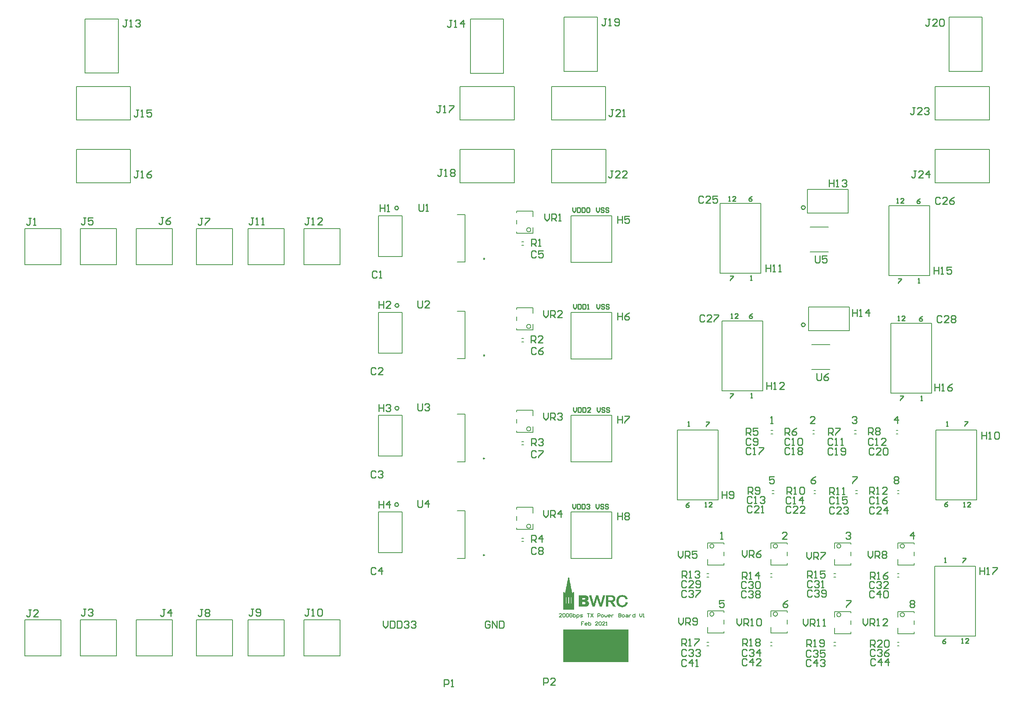
<source format=gto>
G04*
G04 #@! TF.GenerationSoftware,Altium Limited,Altium Designer,21.1.1 (26)*
G04*
G04 Layer_Color=65535*
%FSLAX25Y25*%
%MOIN*%
G70*
G04*
G04 #@! TF.SameCoordinates,B83F5570-EEF7-471F-9EF2-83D00333E22E*
G04*
G04*
G04 #@! TF.FilePolarity,Positive*
G04*
G01*
G75*
%ADD10C,0.00500*%
%ADD11C,0.00984*%
%ADD12C,0.01000*%
%ADD13C,0.00600*%
%ADD14C,0.00787*%
%ADD15C,0.00200*%
%ADD16R,0.56500X0.28200*%
D10*
X447950Y404800D02*
X447664Y405775D01*
X446896Y406440D01*
X445890Y406584D01*
X444966Y406162D01*
X444417Y405308D01*
Y404292D01*
X444966Y403438D01*
X445890Y403016D01*
X446896Y403160D01*
X447664Y403825D01*
X447950Y404800D01*
Y233800D02*
X447664Y234775D01*
X446896Y235440D01*
X445890Y235584D01*
X444966Y235162D01*
X444417Y234308D01*
Y233292D01*
X444966Y232438D01*
X445890Y232016D01*
X446896Y232160D01*
X447664Y232825D01*
X447950Y233800D01*
Y321800D02*
X447664Y322775D01*
X446896Y323440D01*
X445890Y323584D01*
X444966Y323162D01*
X444417Y322308D01*
Y321292D01*
X444966Y320438D01*
X445890Y320016D01*
X446896Y320160D01*
X447664Y320825D01*
X447950Y321800D01*
Y150192D02*
X447664Y151167D01*
X446896Y151832D01*
X445890Y151977D01*
X444966Y151555D01*
X444417Y150700D01*
Y149684D01*
X444966Y148830D01*
X445890Y148408D01*
X446896Y148552D01*
X447664Y149217D01*
X447950Y150192D01*
X605272Y133200D02*
X604986Y134175D01*
X604218Y134840D01*
X603213Y134984D01*
X602289Y134562D01*
X601740Y133708D01*
Y132692D01*
X602289Y131838D01*
X603213Y131416D01*
X604218Y131560D01*
X604986Y132225D01*
X605272Y133200D01*
X659772D02*
X659486Y134175D01*
X658718Y134840D01*
X657713Y134984D01*
X656789Y134562D01*
X656240Y133708D01*
Y132692D01*
X656789Y131838D01*
X657713Y131416D01*
X658718Y131560D01*
X659486Y132225D01*
X659772Y133200D01*
X714272D02*
X713986Y134175D01*
X713218Y134840D01*
X712213Y134984D01*
X711289Y134562D01*
X710740Y133708D01*
Y132692D01*
X711289Y131838D01*
X712213Y131416D01*
X713218Y131560D01*
X713986Y132225D01*
X714272Y133200D01*
X768772D02*
X768486Y134175D01*
X767718Y134840D01*
X766713Y134984D01*
X765789Y134562D01*
X765239Y133708D01*
Y132692D01*
X765789Y131838D01*
X766713Y131416D01*
X767718Y131560D01*
X768486Y132225D01*
X768772Y133200D01*
X605272Y74700D02*
X604986Y75675D01*
X604218Y76340D01*
X603213Y76484D01*
X602289Y76063D01*
X601740Y75208D01*
Y74192D01*
X602289Y73338D01*
X603213Y72916D01*
X604218Y73060D01*
X604986Y73725D01*
X605272Y74700D01*
X659772D02*
X659486Y75675D01*
X658718Y76340D01*
X657713Y76484D01*
X656789Y76063D01*
X656240Y75208D01*
Y74192D01*
X656789Y73338D01*
X657713Y72916D01*
X658718Y73060D01*
X659486Y73725D01*
X659772Y74700D01*
X714272Y74200D02*
X713986Y75175D01*
X713218Y75840D01*
X712213Y75984D01*
X711289Y75563D01*
X710740Y74708D01*
Y73692D01*
X711289Y72838D01*
X712213Y72416D01*
X713218Y72560D01*
X713986Y73225D01*
X714272Y74200D01*
X768772D02*
X768486Y75175D01*
X767718Y75840D01*
X766713Y75984D01*
X765789Y75563D01*
X765239Y74708D01*
Y73692D01*
X765789Y72838D01*
X766713Y72416D01*
X767718Y72560D01*
X768486Y73225D01*
X768772Y74200D01*
X435947Y419600D02*
Y421000D01*
X449947D01*
Y416100D02*
Y421000D01*
Y402000D02*
Y406900D01*
X435947Y402000D02*
X449947D01*
X435947D02*
Y403300D01*
Y409700D02*
Y413300D01*
Y248600D02*
Y250000D01*
X449947D01*
Y245100D02*
Y250000D01*
Y231000D02*
Y235900D01*
X435947Y231000D02*
X449947D01*
X435947D02*
Y232300D01*
Y238700D02*
Y242300D01*
Y336600D02*
Y338000D01*
X449947D01*
Y333100D02*
Y338000D01*
Y319000D02*
Y323900D01*
X435947Y319000D02*
X449947D01*
X435947D02*
Y320300D01*
Y326700D02*
Y330300D01*
Y164992D02*
Y166392D01*
X449947D01*
Y161492D02*
Y166392D01*
Y147392D02*
Y152292D01*
X435947Y147392D02*
X449947D01*
X435947D02*
Y148692D01*
Y155092D02*
Y158692D01*
X613669Y117000D02*
Y118400D01*
X599669Y117000D02*
X613669D01*
X599669D02*
Y121900D01*
Y131100D02*
Y136000D01*
X613669D01*
Y134700D02*
Y136000D01*
Y124700D02*
Y128300D01*
X668169Y117000D02*
Y118400D01*
X654169Y117000D02*
X668169D01*
X654169D02*
Y121900D01*
Y131100D02*
Y136000D01*
X668169D01*
Y134700D02*
Y136000D01*
Y124700D02*
Y128300D01*
X722669Y117000D02*
Y118400D01*
X708669Y117000D02*
X722669D01*
X708669D02*
Y121900D01*
Y131100D02*
Y136000D01*
X722669D01*
Y134700D02*
Y136000D01*
Y124700D02*
Y128300D01*
X777169Y117000D02*
Y118400D01*
X763169Y117000D02*
X777169D01*
X763169D02*
Y121900D01*
Y131100D02*
Y136000D01*
X777169D01*
Y134700D02*
Y136000D01*
Y124700D02*
Y128300D01*
X613669Y58500D02*
Y59900D01*
X599669Y58500D02*
X613669D01*
X599669D02*
Y63400D01*
Y72600D02*
Y77500D01*
X613669D01*
Y76200D02*
Y77500D01*
Y66200D02*
Y69800D01*
X668169Y58500D02*
Y59900D01*
X654169Y58500D02*
X668169D01*
X654169D02*
Y63400D01*
Y72600D02*
Y77500D01*
X668169D01*
Y76200D02*
Y77500D01*
Y66200D02*
Y69800D01*
X722669Y58000D02*
Y59400D01*
X708669Y58000D02*
X722669D01*
X708669D02*
Y62900D01*
Y72100D02*
Y77000D01*
X722669D01*
Y75700D02*
Y77000D01*
Y65700D02*
Y69300D01*
X777169Y58000D02*
Y59400D01*
X763169Y58000D02*
X777169D01*
X763169D02*
Y62900D01*
Y72100D02*
Y77000D01*
X777169D01*
Y75700D02*
Y77000D01*
Y65700D02*
Y69300D01*
X493599Y68099D02*
X491600D01*
Y66600D01*
X492600D01*
X491600D01*
Y65100D01*
X496099D02*
X495099D01*
X494599Y65600D01*
Y66600D01*
X495099Y67099D01*
X496099D01*
X496598Y66600D01*
Y66100D01*
X494599D01*
X497598Y68099D02*
Y65100D01*
X499098D01*
X499597Y65600D01*
Y66100D01*
Y66600D01*
X499098Y67099D01*
X497598D01*
X505595Y65100D02*
X503596D01*
X505595Y67099D01*
Y67599D01*
X505096Y68099D01*
X504096D01*
X503596Y67599D01*
X506595D02*
X507095Y68099D01*
X508095D01*
X508595Y67599D01*
Y65600D01*
X508095Y65100D01*
X507095D01*
X506595Y65600D01*
Y67599D01*
X511593Y65100D02*
X509594D01*
X511593Y67099D01*
Y67599D01*
X511094Y68099D01*
X510094D01*
X509594Y67599D01*
X512593Y65100D02*
X513593D01*
X513093D01*
Y68099D01*
X512593Y67599D01*
X474399Y72200D02*
X472400D01*
X474399Y74199D01*
Y74699D01*
X473900Y75199D01*
X472900D01*
X472400Y74699D01*
X475399D02*
X475899Y75199D01*
X476898D01*
X477398Y74699D01*
Y72700D01*
X476898Y72200D01*
X475899D01*
X475399Y72700D01*
Y74699D01*
X478398D02*
X478898Y75199D01*
X479898D01*
X480397Y74699D01*
Y72700D01*
X479898Y72200D01*
X478898D01*
X478398Y72700D01*
Y74699D01*
X483396D02*
X482897Y75199D01*
X481897D01*
X481397Y74699D01*
Y72700D01*
X481897Y72200D01*
X482897D01*
X483396Y72700D01*
Y73699D01*
X482397D01*
X484396Y75199D02*
Y72200D01*
X485896D01*
X486396Y72700D01*
Y73200D01*
Y73699D01*
X485896Y74199D01*
X484396D01*
X487395Y71200D02*
Y74199D01*
X488895D01*
X489395Y73699D01*
Y72700D01*
X488895Y72200D01*
X487395D01*
X490394D02*
X491894D01*
X492393Y72700D01*
X491894Y73200D01*
X490894D01*
X490394Y73699D01*
X490894Y74199D01*
X492393D01*
X496392Y75199D02*
X498392D01*
X497392D01*
Y72200D01*
X499391Y75199D02*
X501391Y72200D01*
Y75199D02*
X499391Y72200D01*
X505389D02*
Y75199D01*
X506889D01*
X507389Y74699D01*
Y73699D01*
X506889Y73200D01*
X505389D01*
X508888Y72200D02*
X509888D01*
X510388Y72700D01*
Y73699D01*
X509888Y74199D01*
X508888D01*
X508388Y73699D01*
Y72700D01*
X508888Y72200D01*
X511387Y74199D02*
Y72700D01*
X511887Y72200D01*
X512387Y72700D01*
X512887Y72200D01*
X513387Y72700D01*
Y74199D01*
X515886Y72200D02*
X514886D01*
X514386Y72700D01*
Y73699D01*
X514886Y74199D01*
X515886D01*
X516386Y73699D01*
Y73200D01*
X514386D01*
X517385Y74199D02*
Y72200D01*
Y73200D01*
X517885Y73699D01*
X518385Y74199D01*
X518885D01*
X523384Y75199D02*
Y72200D01*
X524883D01*
X525383Y72700D01*
Y73200D01*
X524883Y73699D01*
X523384D01*
X524883D01*
X525383Y74199D01*
Y74699D01*
X524883Y75199D01*
X523384D01*
X526882Y72200D02*
X527882D01*
X528382Y72700D01*
Y73699D01*
X527882Y74199D01*
X526882D01*
X526382Y73699D01*
Y72700D01*
X526882Y72200D01*
X529881Y74199D02*
X530881D01*
X531381Y73699D01*
Y72200D01*
X529881D01*
X529382Y72700D01*
X529881Y73200D01*
X531381D01*
X532381Y74199D02*
Y72200D01*
Y73200D01*
X532880Y73699D01*
X533380Y74199D01*
X533880D01*
X537379Y75199D02*
Y72200D01*
X535880D01*
X535380Y72700D01*
Y73699D01*
X535880Y74199D01*
X537379D01*
X541378Y75199D02*
Y73200D01*
X542377Y72200D01*
X543377Y73200D01*
Y75199D01*
X544377Y72200D02*
X545376D01*
X544877D01*
Y75199D01*
X544377Y74699D01*
D11*
X408064Y380079D02*
X407326Y380505D01*
Y379653D01*
X408064Y380079D01*
Y297079D02*
X407326Y297505D01*
Y296653D01*
X408064Y297079D01*
X408061Y125471D02*
X407323Y125897D01*
Y125045D01*
X408061Y125471D01*
Y208471D02*
X407323Y208897D01*
Y208045D01*
X408061Y208471D01*
D12*
X683381Y323400D02*
X683079Y324329D01*
X682289Y324904D01*
X681311D01*
X680521Y324329D01*
X680219Y323400D01*
X680521Y322471D01*
X681311Y321896D01*
X682289D01*
X683079Y322471D01*
X683381Y323400D01*
Y424100D02*
X683079Y425029D01*
X682289Y425604D01*
X681311D01*
X680521Y425029D01*
X680219Y424100D01*
X680521Y423171D01*
X681311Y422596D01*
X682289D01*
X683079Y423171D01*
X683381Y424100D01*
X334181Y168900D02*
X333879Y169829D01*
X333089Y170404D01*
X332111D01*
X331321Y169829D01*
X331019Y168900D01*
X331321Y167971D01*
X332111Y167396D01*
X333089D01*
X333879Y167971D01*
X334181Y168900D01*
X334481Y251800D02*
X334179Y252729D01*
X333389Y253304D01*
X332411D01*
X331621Y252729D01*
X331319Y251800D01*
X331621Y250871D01*
X332411Y250296D01*
X333389D01*
X334179Y250871D01*
X334481Y251800D01*
Y340000D02*
X334179Y340929D01*
X333389Y341504D01*
X332411D01*
X331621Y340929D01*
X331319Y340000D01*
X331621Y339071D01*
X332411Y338496D01*
X333389D01*
X334179Y339071D01*
X334481Y340000D01*
X334181Y423600D02*
X333879Y424529D01*
X333089Y425104D01*
X332111D01*
X331321Y424529D01*
X331019Y423600D01*
X331321Y422671D01*
X332111Y422096D01*
X333089D01*
X333879Y422671D01*
X334181Y423600D01*
X617700Y429400D02*
X619033D01*
X618366D01*
Y433399D01*
X617700Y432732D01*
X623698Y429400D02*
X621032D01*
X623698Y432066D01*
Y432732D01*
X623032Y433399D01*
X621699D01*
X621032Y432732D01*
X759675Y191673D02*
X760675Y192673D01*
X762674D01*
X763674Y191673D01*
Y190674D01*
X762674Y189674D01*
X763674Y188674D01*
Y187675D01*
X762674Y186675D01*
X760675D01*
X759675Y187675D01*
Y188674D01*
X760675Y189674D01*
X759675Y190674D01*
Y191673D01*
X760675Y189674D02*
X762674D01*
X724108Y192673D02*
X728107D01*
Y191673D01*
X724108Y187675D01*
Y186675D01*
X692540Y192673D02*
X690541Y191673D01*
X688542Y189674D01*
Y187675D01*
X689541Y186675D01*
X691541D01*
X692540Y187675D01*
Y188674D01*
X691541Y189674D01*
X688542D01*
X656974Y192673D02*
X652975D01*
Y189674D01*
X654974Y190674D01*
X655974D01*
X656974Y189674D01*
Y187675D01*
X655974Y186675D01*
X653975D01*
X652975Y187675D01*
X653975Y238525D02*
X655974D01*
X654974D01*
Y244523D01*
X653975Y243523D01*
X691874Y238525D02*
X687875D01*
X691874Y242524D01*
Y243523D01*
X690874Y244523D01*
X688875D01*
X687875Y243523D01*
X723775D02*
X724775Y244523D01*
X726774D01*
X727774Y243523D01*
Y242524D01*
X726774Y241524D01*
X725774D01*
X726774D01*
X727774Y240524D01*
Y239525D01*
X726774Y238525D01*
X724775D01*
X723775Y239525D01*
X762674Y238525D02*
Y244523D01*
X759675Y241524D01*
X763674D01*
X613899Y86548D02*
X609900D01*
Y83549D01*
X611899Y84549D01*
X612899D01*
X613899Y83549D01*
Y81550D01*
X612899Y80550D01*
X610900D01*
X609900Y81550D01*
X668424Y86548D02*
X666424Y85548D01*
X664425Y83549D01*
Y81550D01*
X665425Y80550D01*
X667424D01*
X668424Y81550D01*
Y82549D01*
X667424Y83549D01*
X664425D01*
X718950Y86548D02*
X722949D01*
Y85548D01*
X718950Y81550D01*
Y80550D01*
X773475Y85548D02*
X774475Y86548D01*
X776474D01*
X777474Y85548D01*
Y84549D01*
X776474Y83549D01*
X777474Y82549D01*
Y81550D01*
X776474Y80550D01*
X774475D01*
X773475Y81550D01*
Y82549D01*
X774475Y83549D01*
X773475Y84549D01*
Y85548D01*
X774475Y83549D02*
X776474D01*
X776474Y139050D02*
Y145048D01*
X773475Y142049D01*
X777474D01*
X718617Y144048D02*
X719616Y145048D01*
X721616D01*
X722615Y144048D01*
Y143049D01*
X721616Y142049D01*
X720616D01*
X721616D01*
X722615Y141049D01*
Y140050D01*
X721616Y139050D01*
X719616D01*
X718617Y140050D01*
X667757Y139050D02*
X663759D01*
X667757Y143049D01*
Y144048D01*
X666758Y145048D01*
X664758D01*
X663759Y144048D01*
X610900Y139050D02*
X612899D01*
X611899D01*
Y145048D01*
X610900Y144048D01*
X412799Y67798D02*
X411799Y68798D01*
X409800D01*
X408800Y67798D01*
Y63800D01*
X409800Y62800D01*
X411799D01*
X412799Y63800D01*
Y65799D01*
X410799D01*
X414798Y62800D02*
Y68798D01*
X418797Y62800D01*
Y68798D01*
X420796D02*
Y62800D01*
X423795D01*
X424795Y63800D01*
Y67798D01*
X423795Y68798D01*
X420796D01*
X321000D02*
Y64799D01*
X322999Y62800D01*
X324999Y64799D01*
Y68798D01*
X326998D02*
Y62800D01*
X329997D01*
X330997Y63800D01*
Y67798D01*
X329997Y68798D01*
X326998D01*
X332996D02*
Y62800D01*
X335995D01*
X336995Y63800D01*
Y67798D01*
X335995Y68798D01*
X332996D01*
X338994Y67798D02*
X339994Y68798D01*
X341993D01*
X342993Y67798D01*
Y66799D01*
X341993Y65799D01*
X340993D01*
X341993D01*
X342993Y64799D01*
Y63800D01*
X341993Y62800D01*
X339994D01*
X338994Y63800D01*
X344992Y67798D02*
X345992Y68798D01*
X347991D01*
X348991Y67798D01*
Y66799D01*
X347991Y65799D01*
X346992D01*
X347991D01*
X348991Y64799D01*
Y63800D01*
X347991Y62800D01*
X345992D01*
X344992Y63800D01*
X504000Y423999D02*
Y421333D01*
X505333Y420000D01*
X506666Y421333D01*
Y423999D01*
X510665Y423332D02*
X509998Y423999D01*
X508665D01*
X507999Y423332D01*
Y422666D01*
X508665Y421999D01*
X509998D01*
X510665Y421333D01*
Y420666D01*
X509998Y420000D01*
X508665D01*
X507999Y420666D01*
X514663Y423332D02*
X513997Y423999D01*
X512664D01*
X511997Y423332D01*
Y422666D01*
X512664Y421999D01*
X513997D01*
X514663Y421333D01*
Y420666D01*
X513997Y420000D01*
X512664D01*
X511997Y420666D01*
X483800Y423999D02*
Y421333D01*
X485133Y420000D01*
X486466Y421333D01*
Y423999D01*
X487799D02*
Y420000D01*
X489798D01*
X490464Y420666D01*
Y423332D01*
X489798Y423999D01*
X487799D01*
X491797D02*
Y420000D01*
X493797D01*
X494463Y420666D01*
Y423332D01*
X493797Y423999D01*
X491797D01*
X495796Y423332D02*
X496463Y423999D01*
X497795D01*
X498462Y423332D01*
Y420666D01*
X497795Y420000D01*
X496463D01*
X495796Y420666D01*
Y423332D01*
X504600Y340799D02*
Y338133D01*
X505933Y336800D01*
X507266Y338133D01*
Y340799D01*
X511265Y340132D02*
X510598Y340799D01*
X509265D01*
X508599Y340132D01*
Y339466D01*
X509265Y338799D01*
X510598D01*
X511265Y338133D01*
Y337466D01*
X510598Y336800D01*
X509265D01*
X508599Y337466D01*
X515263Y340132D02*
X514597Y340799D01*
X513264D01*
X512597Y340132D01*
Y339466D01*
X513264Y338799D01*
X514597D01*
X515263Y338133D01*
Y337466D01*
X514597Y336800D01*
X513264D01*
X512597Y337466D01*
X484400Y340799D02*
Y338133D01*
X485733Y336800D01*
X487066Y338133D01*
Y340799D01*
X488399D02*
Y336800D01*
X490398D01*
X491065Y337466D01*
Y340132D01*
X490398Y340799D01*
X488399D01*
X492397D02*
Y336800D01*
X494397D01*
X495063Y337466D01*
Y340132D01*
X494397Y340799D01*
X492397D01*
X496396Y336800D02*
X497729D01*
X497063D01*
Y340799D01*
X496396Y340132D01*
X504700Y252199D02*
Y249533D01*
X506033Y248200D01*
X507366Y249533D01*
Y252199D01*
X511365Y251532D02*
X510698Y252199D01*
X509365D01*
X508699Y251532D01*
Y250866D01*
X509365Y250199D01*
X510698D01*
X511365Y249533D01*
Y248866D01*
X510698Y248200D01*
X509365D01*
X508699Y248866D01*
X515363Y251532D02*
X514697Y252199D01*
X513364D01*
X512697Y251532D01*
Y250866D01*
X513364Y250199D01*
X514697D01*
X515363Y249533D01*
Y248866D01*
X514697Y248200D01*
X513364D01*
X512697Y248866D01*
X484500Y252199D02*
Y249533D01*
X485833Y248200D01*
X487166Y249533D01*
Y252199D01*
X488499D02*
Y248200D01*
X490498D01*
X491164Y248866D01*
Y251532D01*
X490498Y252199D01*
X488499D01*
X492497D02*
Y248200D01*
X494497D01*
X495163Y248866D01*
Y251532D01*
X494497Y252199D01*
X492497D01*
X499162Y248200D02*
X496496D01*
X499162Y250866D01*
Y251532D01*
X498495Y252199D01*
X497163D01*
X496496Y251532D01*
X483700Y169099D02*
Y166433D01*
X485033Y165100D01*
X486366Y166433D01*
Y169099D01*
X487699D02*
Y165100D01*
X489698D01*
X490365Y165767D01*
Y168432D01*
X489698Y169099D01*
X487699D01*
X491697D02*
Y165100D01*
X493697D01*
X494363Y165767D01*
Y168432D01*
X493697Y169099D01*
X491697D01*
X495696Y168432D02*
X496363Y169099D01*
X497695D01*
X498362Y168432D01*
Y167766D01*
X497695Y167099D01*
X497029D01*
X497695D01*
X498362Y166433D01*
Y165767D01*
X497695Y165100D01*
X496363D01*
X495696Y165767D01*
X503900Y169099D02*
Y166433D01*
X505233Y165100D01*
X506566Y166433D01*
Y169099D01*
X510565Y168432D02*
X509898Y169099D01*
X508565D01*
X507899Y168432D01*
Y167766D01*
X508565Y167099D01*
X509898D01*
X510565Y166433D01*
Y165767D01*
X509898Y165100D01*
X508565D01*
X507899Y165767D01*
X514563Y168432D02*
X513897Y169099D01*
X512564D01*
X511897Y168432D01*
Y167766D01*
X512564Y167099D01*
X513897D01*
X514563Y166433D01*
Y165767D01*
X513897Y165100D01*
X512564D01*
X511897Y165767D01*
X803100Y119100D02*
X804433D01*
X803766D01*
Y123099D01*
X803100Y122432D01*
X804266Y53599D02*
X802933Y52932D01*
X801600Y51599D01*
Y50266D01*
X802266Y49600D01*
X803599D01*
X804266Y50266D01*
Y50933D01*
X803599Y51599D01*
X801600D01*
X818800Y122899D02*
X821466D01*
Y122232D01*
X818800Y119567D01*
Y118900D01*
X817800Y49700D02*
X819133D01*
X818466D01*
Y53699D01*
X817800Y53032D01*
X823798Y49700D02*
X821132D01*
X823798Y52366D01*
Y53032D01*
X823132Y53699D01*
X821799D01*
X821132Y53032D01*
X804800Y236300D02*
X806133D01*
X805466D01*
Y240299D01*
X804800Y239632D01*
X805966Y171099D02*
X804633Y170432D01*
X803300Y169099D01*
Y167766D01*
X803966Y167100D01*
X805299D01*
X805966Y167766D01*
Y168433D01*
X805299Y169099D01*
X803300D01*
X820500Y240099D02*
X823166D01*
Y239432D01*
X820500Y236766D01*
Y236100D01*
X819500Y166900D02*
X820833D01*
X820166D01*
Y170899D01*
X819500Y170232D01*
X825498Y166900D02*
X822832D01*
X825498Y169566D01*
Y170232D01*
X824832Y170899D01*
X823499D01*
X822832Y170232D01*
X782800Y258300D02*
X784133D01*
X783466D01*
Y262299D01*
X782800Y261632D01*
X784166Y330499D02*
X782833Y329832D01*
X781500Y328499D01*
Y327166D01*
X782166Y326500D01*
X783499D01*
X784166Y327166D01*
Y327833D01*
X783499Y328499D01*
X781500D01*
X765300Y262199D02*
X767966D01*
Y261532D01*
X765300Y258866D01*
Y258200D01*
X763200Y326800D02*
X764533D01*
X763866D01*
Y330799D01*
X763200Y330132D01*
X769198Y326800D02*
X766532D01*
X769198Y329466D01*
Y330132D01*
X768532Y330799D01*
X767199D01*
X766532Y330132D01*
X780600Y359200D02*
X781933D01*
X781266D01*
Y363199D01*
X780600Y362532D01*
X782266Y431499D02*
X780933Y430832D01*
X779600Y429499D01*
Y428166D01*
X780266Y427500D01*
X781599D01*
X782266Y428166D01*
Y428833D01*
X781599Y429499D01*
X779600D01*
X763400Y362999D02*
X766066D01*
Y362332D01*
X763400Y359666D01*
Y359000D01*
X762200Y427700D02*
X763533D01*
X762866D01*
Y431699D01*
X762200Y431032D01*
X768198Y427700D02*
X765532D01*
X768198Y430366D01*
Y431032D01*
X767532Y431699D01*
X766199D01*
X765532Y431032D01*
X597400Y166700D02*
X598733D01*
X598066D01*
Y170699D01*
X597400Y170032D01*
X603398Y166700D02*
X600732D01*
X603398Y169366D01*
Y170032D01*
X602732Y170699D01*
X601399D01*
X600732Y170032D01*
X598400Y239899D02*
X601066D01*
Y239232D01*
X598400Y236566D01*
Y235900D01*
X583866Y170599D02*
X582533Y169932D01*
X581200Y168599D01*
Y167266D01*
X581866Y166600D01*
X583199D01*
X583866Y167266D01*
Y167933D01*
X583199Y168599D01*
X581200D01*
X582700Y236100D02*
X584033D01*
X583366D01*
Y240099D01*
X582700Y239432D01*
X636700Y260400D02*
X638033D01*
X637366D01*
Y264399D01*
X636700Y263732D01*
X638166Y332799D02*
X636833Y332132D01*
X635500Y330799D01*
Y329466D01*
X636166Y328800D01*
X637499D01*
X638166Y329466D01*
Y330133D01*
X637499Y330799D01*
X635500D01*
X619300Y264199D02*
X621966D01*
Y263532D01*
X619300Y260866D01*
Y260200D01*
X619800Y328700D02*
X621133D01*
X620466D01*
Y332699D01*
X619800Y332032D01*
X625798Y328700D02*
X623132D01*
X625798Y331366D01*
Y332032D01*
X625132Y332699D01*
X623799D01*
X623132Y332032D01*
X619100Y365099D02*
X621766D01*
Y364432D01*
X619100Y361766D01*
Y361100D01*
X637966Y433399D02*
X636633Y432732D01*
X635300Y431399D01*
Y430066D01*
X635966Y429400D01*
X637299D01*
X637966Y430066D01*
Y430733D01*
X637299Y431399D01*
X635300D01*
X636600Y361600D02*
X637933D01*
X637266D01*
Y365599D01*
X636600Y364932D01*
X790976Y585699D02*
X788977D01*
X789977D01*
Y580701D01*
X788977Y579701D01*
X787977D01*
X786978Y580701D01*
X796974Y579701D02*
X792976D01*
X796974Y583700D01*
Y584699D01*
X795975Y585699D01*
X793975D01*
X792976Y584699D01*
X798974D02*
X799973Y585699D01*
X801973D01*
X802972Y584699D01*
Y580701D01*
X801973Y579701D01*
X799973D01*
X798974Y580701D01*
Y584699D01*
X512876Y586099D02*
X510877D01*
X511876D01*
Y581101D01*
X510877Y580101D01*
X509877D01*
X508877Y581101D01*
X514876Y580101D02*
X516875D01*
X515875D01*
Y586099D01*
X514876Y585099D01*
X519874Y581101D02*
X520873Y580101D01*
X522873D01*
X523873Y581101D01*
Y585099D01*
X522873Y586099D01*
X520873D01*
X519874Y585099D01*
Y584100D01*
X520873Y583100D01*
X523873D01*
X380301Y584824D02*
X378302D01*
X379302D01*
Y579826D01*
X378302Y578826D01*
X377302D01*
X376302Y579826D01*
X382300Y578826D02*
X384300D01*
X383300D01*
Y584824D01*
X382300Y583824D01*
X390298Y578826D02*
Y584824D01*
X387299Y581825D01*
X391298D01*
X101401Y585099D02*
X99402D01*
X100401D01*
Y580101D01*
X99402Y579101D01*
X98402D01*
X97402Y580101D01*
X103401Y579101D02*
X105400D01*
X104400D01*
Y585099D01*
X103401Y584099D01*
X108399D02*
X109399Y585099D01*
X111398D01*
X112398Y584099D01*
Y583100D01*
X111398Y582100D01*
X110398D01*
X111398D01*
X112398Y581100D01*
Y580101D01*
X111398Y579101D01*
X109399D01*
X108399Y580101D01*
X166199Y78698D02*
X164199D01*
X165199D01*
Y73700D01*
X164199Y72700D01*
X163200D01*
X162200Y73700D01*
X168198Y77698D02*
X169198Y78698D01*
X171197D01*
X172197Y77698D01*
Y76699D01*
X171197Y75699D01*
X172197Y74699D01*
Y73700D01*
X171197Y72700D01*
X169198D01*
X168198Y73700D01*
Y74699D01*
X169198Y75699D01*
X168198Y76699D01*
Y77698D01*
X169198Y75699D02*
X171197D01*
X166199Y414698D02*
X164199D01*
X165199D01*
Y409700D01*
X164199Y408700D01*
X163200D01*
X162200Y409700D01*
X168198Y414698D02*
X172197D01*
Y413698D01*
X168198Y409700D01*
Y408700D01*
X18799Y78598D02*
X16799D01*
X17799D01*
Y73600D01*
X16799Y72600D01*
X15800D01*
X14800Y73600D01*
X24797Y72600D02*
X20798D01*
X24797Y76599D01*
Y77598D01*
X23797Y78598D01*
X21798D01*
X20798Y77598D01*
X18799Y414698D02*
X16799D01*
X17799D01*
Y409700D01*
X16799Y408700D01*
X15800D01*
X14800Y409700D01*
X20798Y408700D02*
X22797D01*
X21798D01*
Y414698D01*
X20798Y413698D01*
X518726Y508074D02*
X516727D01*
X517726D01*
Y503076D01*
X516727Y502076D01*
X515727D01*
X514727Y503076D01*
X524724Y502076D02*
X520725D01*
X524724Y506075D01*
Y507074D01*
X523724Y508074D01*
X521725D01*
X520725Y507074D01*
X526723Y502076D02*
X528723D01*
X527723D01*
Y508074D01*
X526723Y507074D01*
X518601Y455549D02*
X516602D01*
X517602D01*
Y450551D01*
X516602Y449551D01*
X515602D01*
X514603Y450551D01*
X524599Y449551D02*
X520601D01*
X524599Y453550D01*
Y454549D01*
X523600Y455549D01*
X521600D01*
X520601Y454549D01*
X530597Y449551D02*
X526599D01*
X530597Y453550D01*
Y454549D01*
X529598Y455549D01*
X527598D01*
X526599Y454549D01*
X777901Y509999D02*
X775902D01*
X776902D01*
Y505001D01*
X775902Y504001D01*
X774902D01*
X773903Y505001D01*
X783899Y504001D02*
X779901D01*
X783899Y508000D01*
Y508999D01*
X782900Y509999D01*
X780900D01*
X779901Y508999D01*
X785899D02*
X786898Y509999D01*
X788898D01*
X789897Y508999D01*
Y508000D01*
X788898Y507000D01*
X787898D01*
X788898D01*
X789897Y506000D01*
Y505001D01*
X788898Y504001D01*
X786898D01*
X785899Y505001D01*
X778901Y455499D02*
X776902D01*
X777902D01*
Y450501D01*
X776902Y449501D01*
X775902D01*
X774903Y450501D01*
X784899Y449501D02*
X780901D01*
X784899Y453500D01*
Y454499D01*
X783900Y455499D01*
X781900D01*
X780901Y454499D01*
X789898Y449501D02*
Y455499D01*
X786899Y452500D01*
X790897D01*
X209799Y79298D02*
X207799D01*
X208799D01*
Y74300D01*
X207799Y73300D01*
X206800D01*
X205800Y74300D01*
X211798D02*
X212798Y73300D01*
X214797D01*
X215797Y74300D01*
Y78298D01*
X214797Y79298D01*
X212798D01*
X211798Y78298D01*
Y77299D01*
X212798Y76299D01*
X215797D01*
X257799Y79298D02*
X255799D01*
X256799D01*
Y74300D01*
X255799Y73300D01*
X254800D01*
X253800Y74300D01*
X259798Y73300D02*
X261797D01*
X260798D01*
Y79298D01*
X259798Y78298D01*
X264796D02*
X265796Y79298D01*
X267795D01*
X268795Y78298D01*
Y74300D01*
X267795Y73300D01*
X265796D01*
X264796Y74300D01*
Y78298D01*
X257799Y415298D02*
X255799D01*
X256799D01*
Y410300D01*
X255799Y409300D01*
X254800D01*
X253800Y410300D01*
X259798Y409300D02*
X261797D01*
X260798D01*
Y415298D01*
X259798Y414298D01*
X268795Y409300D02*
X264796D01*
X268795Y413299D01*
Y414298D01*
X267795Y415298D01*
X265796D01*
X264796Y414298D01*
X209799Y415298D02*
X207799D01*
X208799D01*
Y410300D01*
X207799Y409300D01*
X206800D01*
X205800Y410300D01*
X211798Y409300D02*
X213797D01*
X212798D01*
Y415298D01*
X211798Y414298D01*
X216796Y409300D02*
X218796D01*
X217796D01*
Y415298D01*
X216796Y414298D01*
X733173Y70999D02*
Y67000D01*
X735172Y65001D01*
X737171Y67000D01*
Y70999D01*
X739171Y65001D02*
Y70999D01*
X742170D01*
X743169Y69999D01*
Y68000D01*
X742170Y67000D01*
X739171D01*
X741170D02*
X743169Y65001D01*
X745169D02*
X747168D01*
X746169D01*
Y70999D01*
X745169Y69999D01*
X754166Y65001D02*
X750167D01*
X754166Y69000D01*
Y69999D01*
X753166Y70999D01*
X751167D01*
X750167Y69999D01*
X681672Y70499D02*
Y66500D01*
X683672Y64501D01*
X685671Y66500D01*
Y70499D01*
X687670Y64501D02*
Y70499D01*
X690669D01*
X691669Y69499D01*
Y67500D01*
X690669Y66500D01*
X687670D01*
X689670D02*
X691669Y64501D01*
X693669D02*
X695668D01*
X694668D01*
Y70499D01*
X693669Y69499D01*
X698667Y64501D02*
X700666D01*
X699667D01*
Y70499D01*
X698667Y69499D01*
X624673Y70999D02*
Y67000D01*
X626672Y65001D01*
X628671Y67000D01*
Y70999D01*
X630671Y65001D02*
Y70999D01*
X633670D01*
X634669Y69999D01*
Y68000D01*
X633670Y67000D01*
X630671D01*
X632670D02*
X634669Y65001D01*
X636669D02*
X638668D01*
X637669D01*
Y70999D01*
X636669Y69999D01*
X641667D02*
X642667Y70999D01*
X644666D01*
X645666Y69999D01*
Y66001D01*
X644666Y65001D01*
X642667D01*
X641667Y66001D01*
Y69999D01*
X574672Y71499D02*
Y67500D01*
X576671Y65501D01*
X578671Y67500D01*
Y71499D01*
X580670Y65501D02*
Y71499D01*
X583669D01*
X584669Y70499D01*
Y68500D01*
X583669Y67500D01*
X580670D01*
X582669D02*
X584669Y65501D01*
X586668Y66501D02*
X587668Y65501D01*
X589667D01*
X590667Y66501D01*
Y70499D01*
X589667Y71499D01*
X587668D01*
X586668Y70499D01*
Y69500D01*
X587668Y68500D01*
X590667D01*
X737453Y128999D02*
Y125000D01*
X739452Y123001D01*
X741451Y125000D01*
Y128999D01*
X743451Y123001D02*
Y128999D01*
X746450D01*
X747449Y127999D01*
Y126000D01*
X746450Y125000D01*
X743451D01*
X745450D02*
X747449Y123001D01*
X749449Y127999D02*
X750448Y128999D01*
X752448D01*
X753447Y127999D01*
Y127000D01*
X752448Y126000D01*
X753447Y125000D01*
Y124001D01*
X752448Y123001D01*
X750448D01*
X749449Y124001D01*
Y125000D01*
X750448Y126000D01*
X749449Y127000D01*
Y127999D01*
X750448Y126000D02*
X752448D01*
X684953Y127999D02*
Y124000D01*
X686952Y122001D01*
X688951Y124000D01*
Y127999D01*
X690951Y122001D02*
Y127999D01*
X693950D01*
X694949Y126999D01*
Y125000D01*
X693950Y124000D01*
X690951D01*
X692950D02*
X694949Y122001D01*
X696949Y127999D02*
X700947D01*
Y126999D01*
X696949Y123001D01*
Y122001D01*
X629453Y129499D02*
Y125500D01*
X631452Y123501D01*
X633451Y125500D01*
Y129499D01*
X635451Y123501D02*
Y129499D01*
X638450D01*
X639449Y128499D01*
Y126500D01*
X638450Y125500D01*
X635451D01*
X637450D02*
X639449Y123501D01*
X645447Y129499D02*
X643448Y128499D01*
X641449Y126500D01*
Y124501D01*
X642448Y123501D01*
X644448D01*
X645447Y124501D01*
Y125500D01*
X644448Y126500D01*
X641449D01*
X574453Y128999D02*
Y125000D01*
X576452Y123001D01*
X578451Y125000D01*
Y128999D01*
X580451Y123001D02*
Y128999D01*
X583450D01*
X584449Y127999D01*
Y126000D01*
X583450Y125000D01*
X580451D01*
X582450D02*
X584449Y123001D01*
X590447Y128999D02*
X586449D01*
Y126000D01*
X588448Y127000D01*
X589448D01*
X590447Y126000D01*
Y124001D01*
X589448Y123001D01*
X587448D01*
X586449Y124001D01*
X833602Y114999D02*
Y109001D01*
Y112000D01*
X837601D01*
Y114999D01*
Y109001D01*
X839600D02*
X841600D01*
X840600D01*
Y114999D01*
X839600Y113999D01*
X844599Y114999D02*
X848598D01*
Y113999D01*
X844599Y110001D01*
Y109001D01*
X743951Y35499D02*
X742952Y36499D01*
X740952D01*
X739953Y35499D01*
Y31501D01*
X740952Y30501D01*
X742952D01*
X743951Y31501D01*
X748950Y30501D02*
Y36499D01*
X745951Y33500D01*
X749949D01*
X754948Y30501D02*
Y36499D01*
X751949Y33500D01*
X755947D01*
X688451Y34999D02*
X687452Y35999D01*
X685452D01*
X684453Y34999D01*
Y31001D01*
X685452Y30001D01*
X687452D01*
X688451Y31001D01*
X693450Y30001D02*
Y35999D01*
X690451Y33000D01*
X694449D01*
X696449Y34999D02*
X697448Y35999D01*
X699448D01*
X700447Y34999D01*
Y34000D01*
X699448Y33000D01*
X698448D01*
X699448D01*
X700447Y32000D01*
Y31001D01*
X699448Y30001D01*
X697448D01*
X696449Y31001D01*
X633451Y35499D02*
X632452Y36499D01*
X630452D01*
X629453Y35499D01*
Y31501D01*
X630452Y30501D01*
X632452D01*
X633451Y31501D01*
X638450Y30501D02*
Y36499D01*
X635451Y33500D01*
X639449D01*
X645447Y30501D02*
X641449D01*
X645447Y34500D01*
Y35499D01*
X644448Y36499D01*
X642448D01*
X641449Y35499D01*
X581451Y34999D02*
X580451Y35999D01*
X578452D01*
X577452Y34999D01*
Y31001D01*
X578452Y30001D01*
X580451D01*
X581451Y31001D01*
X586449Y30001D02*
Y35999D01*
X583450Y33000D01*
X587449D01*
X589448Y30001D02*
X591448D01*
X590448D01*
Y35999D01*
X589448Y34999D01*
X371901Y456999D02*
X369902D01*
X370901D01*
Y452001D01*
X369902Y451001D01*
X368902D01*
X367902Y452001D01*
X373901Y451001D02*
X375900D01*
X374900D01*
Y456999D01*
X373901Y455999D01*
X378899D02*
X379899Y456999D01*
X381898D01*
X382898Y455999D01*
Y455000D01*
X381898Y454000D01*
X382898Y453000D01*
Y452001D01*
X381898Y451001D01*
X379899D01*
X378899Y452001D01*
Y453000D01*
X379899Y454000D01*
X378899Y455000D01*
Y455999D01*
X379899Y454000D02*
X381898D01*
X370901Y511499D02*
X368902D01*
X369901D01*
Y506501D01*
X368902Y505501D01*
X367902D01*
X366902Y506501D01*
X372901Y505501D02*
X374900D01*
X373900D01*
Y511499D01*
X372901Y510499D01*
X377899Y511499D02*
X381898D01*
Y510499D01*
X377899Y506501D01*
Y505501D01*
X65799Y415298D02*
X63799D01*
X64799D01*
Y410300D01*
X63799Y409300D01*
X62800D01*
X61800Y410300D01*
X71797Y415298D02*
X67798D01*
Y412299D01*
X69797Y413299D01*
X70797D01*
X71797Y412299D01*
Y410300D01*
X70797Y409300D01*
X68798D01*
X67798Y410300D01*
X132400Y415599D02*
X130401D01*
X131401D01*
Y410601D01*
X130401Y409601D01*
X129401D01*
X128402Y410601D01*
X138398Y415599D02*
X136399Y414599D01*
X134400Y412600D01*
Y410601D01*
X135399Y409601D01*
X137399D01*
X138398Y410601D01*
Y411600D01*
X137399Y412600D01*
X134400D01*
X314947Y196892D02*
X313948Y197891D01*
X311948D01*
X310949Y196892D01*
Y192893D01*
X311948Y191893D01*
X313948D01*
X314947Y192893D01*
X316947Y196892D02*
X317946Y197891D01*
X319946D01*
X320945Y196892D01*
Y195892D01*
X319946Y194892D01*
X318946D01*
X319946D01*
X320945Y193893D01*
Y192893D01*
X319946Y191893D01*
X317946D01*
X316947Y192893D01*
X452447Y214142D02*
X451448Y215141D01*
X449448D01*
X448449Y214142D01*
Y210143D01*
X449448Y209143D01*
X451448D01*
X452447Y210143D01*
X454447Y215141D02*
X458445D01*
Y214142D01*
X454447Y210143D01*
Y209143D01*
X317452Y343499D02*
Y337501D01*
Y340500D01*
X321450D01*
Y343499D01*
Y337501D01*
X327448D02*
X323450D01*
X327448Y341500D01*
Y342499D01*
X326449Y343499D01*
X324449D01*
X323450Y342499D01*
X522449Y244891D02*
Y238893D01*
Y241892D01*
X526447D01*
Y244891D01*
Y238893D01*
X528447Y244891D02*
X532445D01*
Y243892D01*
X528447Y239893D01*
Y238893D01*
X448602Y219501D02*
Y225499D01*
X451601D01*
X452600Y224499D01*
Y222500D01*
X451601Y221500D01*
X448602D01*
X450601D02*
X452600Y219501D01*
X454600Y224499D02*
X455599Y225499D01*
X457599D01*
X458598Y224499D01*
Y223500D01*
X457599Y222500D01*
X456599D01*
X457599D01*
X458598Y221500D01*
Y220501D01*
X457599Y219501D01*
X455599D01*
X454600Y220501D01*
X350949Y255391D02*
Y250393D01*
X351948Y249393D01*
X353948D01*
X354947Y250393D01*
Y255391D01*
X356947Y254392D02*
X357946Y255391D01*
X359946D01*
X360945Y254392D01*
Y253392D01*
X359946Y252392D01*
X358946D01*
X359946D01*
X360945Y251393D01*
Y250393D01*
X359946Y249393D01*
X357946D01*
X356947Y250393D01*
X458950Y163891D02*
Y159892D01*
X460949Y157893D01*
X462948Y159892D01*
Y163891D01*
X464948Y157893D02*
Y163891D01*
X467947D01*
X468946Y162892D01*
Y160892D01*
X467947Y159892D01*
X464948D01*
X466947D02*
X468946Y157893D01*
X473945D02*
Y163891D01*
X470946Y160892D01*
X474944D01*
X458950Y335499D02*
Y331500D01*
X460949Y329501D01*
X462948Y331500D01*
Y335499D01*
X464948Y329501D02*
Y335499D01*
X467947D01*
X468946Y334499D01*
Y332500D01*
X467947Y331500D01*
X464948D01*
X466947D02*
X468946Y329501D01*
X474944D02*
X470946D01*
X474944Y333500D01*
Y334499D01*
X473945Y335499D01*
X471945D01*
X470946Y334499D01*
X350949Y172391D02*
Y167393D01*
X351948Y166393D01*
X353948D01*
X354947Y167393D01*
Y172391D01*
X359946Y166393D02*
Y172391D01*
X356947Y169392D01*
X360945D01*
X448602Y136501D02*
Y142499D01*
X451601D01*
X452600Y141499D01*
Y139500D01*
X451601Y138500D01*
X448602D01*
X450601D02*
X452600Y136501D01*
X457599D02*
Y142499D01*
X454600Y139500D01*
X458598D01*
X522449Y161891D02*
Y155893D01*
Y158892D01*
X526447D01*
Y161891D01*
Y155893D01*
X528447Y160892D02*
X529446Y161891D01*
X531446D01*
X532445Y160892D01*
Y159892D01*
X531446Y158892D01*
X532445Y157893D01*
Y156893D01*
X531446Y155893D01*
X529446D01*
X528447Y156893D01*
Y157893D01*
X529446Y158892D01*
X528447Y159892D01*
Y160892D01*
X529446Y158892D02*
X531446D01*
X317449Y254991D02*
Y248993D01*
Y251992D01*
X321447D01*
Y254991D01*
Y248993D01*
X323447Y253992D02*
X324446Y254991D01*
X326446D01*
X327445Y253992D01*
Y252992D01*
X326446Y251992D01*
X325446D01*
X326446D01*
X327445Y250992D01*
Y249993D01*
X326446Y248993D01*
X324446D01*
X323447Y249993D01*
X452447Y131142D02*
X451448Y132141D01*
X449448D01*
X448449Y131142D01*
Y127143D01*
X449448Y126143D01*
X451448D01*
X452447Y127143D01*
X454447Y131142D02*
X455446Y132141D01*
X457446D01*
X458445Y131142D01*
Y130142D01*
X457446Y129142D01*
X458445Y128143D01*
Y127143D01*
X457446Y126143D01*
X455446D01*
X454447Y127143D01*
Y128143D01*
X455446Y129142D01*
X454447Y130142D01*
Y131142D01*
X455446Y129142D02*
X457446D01*
X314947Y113892D02*
X313948Y114891D01*
X311948D01*
X310949Y113892D01*
Y109893D01*
X311948Y108893D01*
X313948D01*
X314947Y109893D01*
X319946Y108893D02*
Y114891D01*
X316947Y111892D01*
X320945D01*
X314950Y285499D02*
X313951Y286499D01*
X311951D01*
X310952Y285499D01*
Y281501D01*
X311951Y280501D01*
X313951D01*
X314950Y281501D01*
X320948Y280501D02*
X316950D01*
X320948Y284500D01*
Y285499D01*
X319949Y286499D01*
X317949D01*
X316950Y285499D01*
X452450Y302749D02*
X451451Y303749D01*
X449451D01*
X448452Y302749D01*
Y298751D01*
X449451Y297751D01*
X451451D01*
X452450Y298751D01*
X458448Y303749D02*
X456449Y302749D01*
X454450Y300750D01*
Y298751D01*
X455449Y297751D01*
X457449D01*
X458448Y298751D01*
Y299750D01*
X457449Y300750D01*
X454450D01*
X317449Y171891D02*
Y165893D01*
Y168892D01*
X321447D01*
Y171891D01*
Y165893D01*
X326446D02*
Y171891D01*
X323447Y168892D01*
X327445D01*
X522452Y333499D02*
Y327501D01*
Y330500D01*
X526450D01*
Y333499D01*
Y327501D01*
X532448Y333499D02*
X530449Y332499D01*
X528450Y330500D01*
Y328501D01*
X529449Y327501D01*
X531449D01*
X532448Y328501D01*
Y329500D01*
X531449Y330500D01*
X528450D01*
X448102Y308001D02*
Y313999D01*
X451101D01*
X452100Y312999D01*
Y311000D01*
X451101Y310000D01*
X448102D01*
X450101D02*
X452100Y308001D01*
X458098D02*
X454100D01*
X458098Y312000D01*
Y312999D01*
X457099Y313999D01*
X455099D01*
X454100Y312999D01*
X350952Y343999D02*
Y339001D01*
X351951Y338001D01*
X353951D01*
X354950Y339001D01*
Y343999D01*
X360948Y338001D02*
X356950D01*
X360948Y342000D01*
Y342999D01*
X359949Y343999D01*
X357949D01*
X356950Y342999D01*
X458950Y247499D02*
Y243500D01*
X460949Y241501D01*
X462948Y243500D01*
Y247499D01*
X464948Y241501D02*
Y247499D01*
X467947D01*
X468946Y246499D01*
Y244500D01*
X467947Y243500D01*
X464948D01*
X466947D02*
X468946Y241501D01*
X470946Y246499D02*
X471945Y247499D01*
X473945D01*
X474944Y246499D01*
Y245500D01*
X473945Y244500D01*
X472945D01*
X473945D01*
X474944Y243500D01*
Y242501D01*
X473945Y241501D01*
X471945D01*
X470946Y242501D01*
X459949Y418499D02*
Y414500D01*
X461949Y412501D01*
X463948Y414500D01*
Y418499D01*
X465947Y412501D02*
Y418499D01*
X468946D01*
X469946Y417499D01*
Y415500D01*
X468946Y414500D01*
X465947D01*
X467947D02*
X469946Y412501D01*
X471945D02*
X473945D01*
X472945D01*
Y418499D01*
X471945Y417499D01*
X351951Y426999D02*
Y422001D01*
X352951Y421001D01*
X354950D01*
X355950Y422001D01*
Y426999D01*
X357949Y421001D02*
X359949D01*
X358949D01*
Y426999D01*
X357949Y425999D01*
X448451Y391001D02*
Y396999D01*
X451450D01*
X452450Y395999D01*
Y394000D01*
X451450Y393000D01*
X448451D01*
X450451D02*
X452450Y391001D01*
X454449D02*
X456449D01*
X455449D01*
Y396999D01*
X454449Y395999D01*
X522452Y416499D02*
Y410501D01*
Y413500D01*
X526450D01*
Y416499D01*
Y410501D01*
X532448Y416499D02*
X528450D01*
Y413500D01*
X530449Y414500D01*
X531449D01*
X532448Y413500D01*
Y411501D01*
X531449Y410501D01*
X529449D01*
X528450Y411501D01*
X318451Y426499D02*
Y420501D01*
Y423500D01*
X322450D01*
Y426499D01*
Y420501D01*
X324449D02*
X326449D01*
X325449D01*
Y426499D01*
X324449Y425499D01*
X452450Y385749D02*
X451451Y386749D01*
X449451D01*
X448452Y385749D01*
Y381751D01*
X449451Y380751D01*
X451451D01*
X452450Y381751D01*
X458448Y386749D02*
X454450D01*
Y383750D01*
X456449Y384750D01*
X457449D01*
X458448Y383750D01*
Y381751D01*
X457449Y380751D01*
X455449D01*
X454450Y381751D01*
X315950Y368499D02*
X314950Y369499D01*
X312951D01*
X311951Y368499D01*
Y364501D01*
X312951Y363501D01*
X314950D01*
X315950Y364501D01*
X317949Y363501D02*
X319949D01*
X318949D01*
Y369499D01*
X317949Y368499D01*
X581451Y43499D02*
X580452Y44499D01*
X578452D01*
X577453Y43499D01*
Y39501D01*
X578452Y38501D01*
X580452D01*
X581451Y39501D01*
X583451Y43499D02*
X584450Y44499D01*
X586450D01*
X587449Y43499D01*
Y42500D01*
X586450Y41500D01*
X585450D01*
X586450D01*
X587449Y40500D01*
Y39501D01*
X586450Y38501D01*
X584450D01*
X583451Y39501D01*
X589449Y43499D02*
X590448Y44499D01*
X592448D01*
X593447Y43499D01*
Y42500D01*
X592448Y41500D01*
X591448D01*
X592448D01*
X593447Y40500D01*
Y39501D01*
X592448Y38501D01*
X590448D01*
X589449Y39501D01*
X577927Y105951D02*
Y111949D01*
X580927D01*
X581926Y110949D01*
Y108950D01*
X580927Y107950D01*
X577927D01*
X579927D02*
X581926Y105951D01*
X583925D02*
X585925D01*
X584925D01*
Y111949D01*
X583925Y110949D01*
X588924D02*
X589923Y111949D01*
X591923D01*
X592923Y110949D01*
Y109950D01*
X591923Y108950D01*
X590923D01*
X591923D01*
X592923Y107950D01*
Y106951D01*
X591923Y105951D01*
X589923D01*
X588924Y106951D01*
X629619Y105001D02*
Y110999D01*
X632618D01*
X633618Y109999D01*
Y108000D01*
X632618Y107000D01*
X629619D01*
X631618D02*
X633618Y105001D01*
X635617D02*
X637616D01*
X636617D01*
Y110999D01*
X635617Y109999D01*
X643615Y105001D02*
Y110999D01*
X640616Y108000D01*
X644614D01*
X633451Y43499D02*
X632452Y44499D01*
X630452D01*
X629453Y43499D01*
Y39501D01*
X630452Y38501D01*
X632452D01*
X633451Y39501D01*
X635451Y43499D02*
X636450Y44499D01*
X638450D01*
X639449Y43499D01*
Y42500D01*
X638450Y41500D01*
X637450D01*
X638450D01*
X639449Y40500D01*
Y39501D01*
X638450Y38501D01*
X636450D01*
X635451Y39501D01*
X644448Y38501D02*
Y44499D01*
X641449Y41500D01*
X645447D01*
X688451Y42999D02*
X687452Y43999D01*
X685452D01*
X684453Y42999D01*
Y39001D01*
X685452Y38001D01*
X687452D01*
X688451Y39001D01*
X690451Y42999D02*
X691450Y43999D01*
X693450D01*
X694449Y42999D01*
Y42000D01*
X693450Y41000D01*
X692450D01*
X693450D01*
X694449Y40000D01*
Y39001D01*
X693450Y38001D01*
X691450D01*
X690451Y39001D01*
X700447Y43999D02*
X696449D01*
Y41000D01*
X698448Y42000D01*
X699448D01*
X700447Y41000D01*
Y39001D01*
X699448Y38001D01*
X697448D01*
X696449Y39001D01*
X743451Y43499D02*
X742452Y44499D01*
X740452D01*
X739453Y43499D01*
Y39501D01*
X740452Y38501D01*
X742452D01*
X743451Y39501D01*
X745451Y43499D02*
X746450Y44499D01*
X748450D01*
X749449Y43499D01*
Y42500D01*
X748450Y41500D01*
X747450D01*
X748450D01*
X749449Y40500D01*
Y39501D01*
X748450Y38501D01*
X746450D01*
X745451Y39501D01*
X755447Y44499D02*
X753448Y43499D01*
X751449Y41500D01*
Y39501D01*
X752448Y38501D01*
X754448D01*
X755447Y39501D01*
Y40500D01*
X754448Y41500D01*
X751449D01*
X742951Y93999D02*
X741952Y94999D01*
X739952D01*
X738953Y93999D01*
Y90001D01*
X739952Y89001D01*
X741952D01*
X742951Y90001D01*
X747950Y89001D02*
Y94999D01*
X744951Y92000D01*
X748949D01*
X750949Y93999D02*
X751948Y94999D01*
X753948D01*
X754947Y93999D01*
Y90001D01*
X753948Y89001D01*
X751948D01*
X750949Y90001D01*
Y93999D01*
X742951Y101999D02*
X741952Y102999D01*
X739952D01*
X738953Y101999D01*
Y98001D01*
X739952Y97001D01*
X741952D01*
X742951Y98001D01*
X744951Y101999D02*
X745950Y102999D01*
X747950D01*
X748949Y101999D01*
Y101000D01*
X747950Y100000D01*
X746950D01*
X747950D01*
X748949Y99000D01*
Y98001D01*
X747950Y97001D01*
X745950D01*
X744951Y98001D01*
X754947Y97001D02*
X750949D01*
X754947Y101000D01*
Y101999D01*
X753948Y102999D01*
X751948D01*
X750949Y101999D01*
X689451Y102499D02*
X688451Y103499D01*
X686452D01*
X685452Y102499D01*
Y98501D01*
X686452Y97501D01*
X688451D01*
X689451Y98501D01*
X691450Y102499D02*
X692450Y103499D01*
X694449D01*
X695449Y102499D01*
Y101500D01*
X694449Y100500D01*
X693450D01*
X694449D01*
X695449Y99500D01*
Y98501D01*
X694449Y97501D01*
X692450D01*
X691450Y98501D01*
X697448Y97501D02*
X699448D01*
X698448D01*
Y103499D01*
X697448Y102499D01*
X689451Y94499D02*
X688452Y95499D01*
X686452D01*
X685453Y94499D01*
Y90501D01*
X686452Y89501D01*
X688452D01*
X689451Y90501D01*
X691451Y94499D02*
X692450Y95499D01*
X694450D01*
X695449Y94499D01*
Y93500D01*
X694450Y92500D01*
X693450D01*
X694450D01*
X695449Y91500D01*
Y90501D01*
X694450Y89501D01*
X692450D01*
X691451Y90501D01*
X697449D02*
X698448Y89501D01*
X700448D01*
X701447Y90501D01*
Y94499D01*
X700448Y95499D01*
X698448D01*
X697449Y94499D01*
Y93500D01*
X698448Y92500D01*
X701447D01*
X632951Y101999D02*
X631952Y102999D01*
X629952D01*
X628953Y101999D01*
Y98001D01*
X629952Y97001D01*
X631952D01*
X632951Y98001D01*
X634951Y101999D02*
X635950Y102999D01*
X637950D01*
X638949Y101999D01*
Y101000D01*
X637950Y100000D01*
X636950D01*
X637950D01*
X638949Y99000D01*
Y98001D01*
X637950Y97001D01*
X635950D01*
X634951Y98001D01*
X640949Y101999D02*
X641948Y102999D01*
X643948D01*
X644947Y101999D01*
Y98001D01*
X643948Y97001D01*
X641948D01*
X640949Y98001D01*
Y101999D01*
X632951Y93999D02*
X631952Y94999D01*
X629952D01*
X628953Y93999D01*
Y90001D01*
X629952Y89001D01*
X631952D01*
X632951Y90001D01*
X634951Y93999D02*
X635950Y94999D01*
X637950D01*
X638949Y93999D01*
Y93000D01*
X637950Y92000D01*
X636950D01*
X637950D01*
X638949Y91000D01*
Y90001D01*
X637950Y89001D01*
X635950D01*
X634951Y90001D01*
X640949Y93999D02*
X641948Y94999D01*
X643948D01*
X644947Y93999D01*
Y93000D01*
X643948Y92000D01*
X644947Y91000D01*
Y90001D01*
X643948Y89001D01*
X641948D01*
X640949Y90001D01*
Y91000D01*
X641948Y92000D01*
X640949Y93000D01*
Y93999D01*
X641948Y92000D02*
X643948D01*
X581376Y94099D02*
X580377Y95099D01*
X578377D01*
X577378Y94099D01*
Y90101D01*
X578377Y89101D01*
X580377D01*
X581376Y90101D01*
X583376Y94099D02*
X584375Y95099D01*
X586375D01*
X587374Y94099D01*
Y93100D01*
X586375Y92100D01*
X585375D01*
X586375D01*
X587374Y91100D01*
Y90101D01*
X586375Y89101D01*
X584375D01*
X583376Y90101D01*
X589374Y95099D02*
X593372D01*
Y94099D01*
X589374Y90101D01*
Y89101D01*
X581451Y102499D02*
X580452Y103499D01*
X578452D01*
X577453Y102499D01*
Y98501D01*
X578452Y97501D01*
X580452D01*
X581451Y98501D01*
X587449Y97501D02*
X583451D01*
X587449Y101500D01*
Y102499D01*
X586450Y103499D01*
X584450D01*
X583451Y102499D01*
X589449Y98501D02*
X590448Y97501D01*
X592448D01*
X593447Y98501D01*
Y102499D01*
X592448Y103499D01*
X590448D01*
X589449Y102499D01*
Y101500D01*
X590448Y100500D01*
X593447D01*
X577452Y47501D02*
Y53499D01*
X580451D01*
X581451Y52499D01*
Y50500D01*
X580451Y49500D01*
X577452D01*
X579452D02*
X581451Y47501D01*
X583451D02*
X585450D01*
X584450D01*
Y53499D01*
X583451Y52499D01*
X588449Y53499D02*
X592448D01*
Y52499D01*
X588449Y48501D01*
Y47501D01*
X629952D02*
Y53499D01*
X632951D01*
X633951Y52499D01*
Y50500D01*
X632951Y49500D01*
X629952D01*
X631952D02*
X633951Y47501D01*
X635951D02*
X637950D01*
X636950D01*
Y53499D01*
X635951Y52499D01*
X640949D02*
X641949Y53499D01*
X643948D01*
X644948Y52499D01*
Y51500D01*
X643948Y50500D01*
X644948Y49500D01*
Y48501D01*
X643948Y47501D01*
X641949D01*
X640949Y48501D01*
Y49500D01*
X641949Y50500D01*
X640949Y51500D01*
Y52499D01*
X641949Y50500D02*
X643948D01*
X685452Y105676D02*
Y111674D01*
X688451D01*
X689451Y110674D01*
Y108675D01*
X688451Y107675D01*
X685452D01*
X687452D02*
X689451Y105676D01*
X691451D02*
X693450D01*
X692450D01*
Y111674D01*
X691451Y110674D01*
X700448Y111674D02*
X696449D01*
Y108675D01*
X698448Y109675D01*
X699448D01*
X700448Y108675D01*
Y106676D01*
X699448Y105676D01*
X697448D01*
X696449Y106676D01*
X739452Y105001D02*
Y110999D01*
X742451D01*
X743451Y109999D01*
Y108000D01*
X742451Y107000D01*
X739452D01*
X741452D02*
X743451Y105001D01*
X745450D02*
X747450D01*
X746450D01*
Y110999D01*
X745450Y109999D01*
X754448Y110999D02*
X752448Y109999D01*
X750449Y108000D01*
Y106001D01*
X751448Y105001D01*
X753448D01*
X754448Y106001D01*
Y107000D01*
X753448Y108000D01*
X750449D01*
X684786Y47001D02*
Y52999D01*
X687785D01*
X688785Y51999D01*
Y50000D01*
X687785Y49000D01*
X684786D01*
X686785D02*
X688785Y47001D01*
X690784D02*
X692783D01*
X691784D01*
Y52999D01*
X690784Y51999D01*
X695782Y48001D02*
X696782Y47001D01*
X698781D01*
X699781Y48001D01*
Y51999D01*
X698781Y52999D01*
X696782D01*
X695782Y51999D01*
Y51000D01*
X696782Y50000D01*
X699781D01*
X739453Y46501D02*
Y52499D01*
X742452D01*
X743451Y51499D01*
Y49500D01*
X742452Y48500D01*
X739453D01*
X741452D02*
X743451Y46501D01*
X749449D02*
X745451D01*
X749449Y50500D01*
Y51499D01*
X748450Y52499D01*
X746450D01*
X745451Y51499D01*
X751449D02*
X752448Y52499D01*
X754448D01*
X755447Y51499D01*
Y47501D01*
X754448Y46501D01*
X752448D01*
X751449Y47501D01*
Y51499D01*
X738952Y178001D02*
Y183999D01*
X741952D01*
X742951Y182999D01*
Y181000D01*
X741952Y180000D01*
X738952D01*
X740952D02*
X742951Y178001D01*
X744950D02*
X746950D01*
X745950D01*
Y183999D01*
X744950Y182999D01*
X753948Y178001D02*
X749949D01*
X753948Y182000D01*
Y182999D01*
X752948Y183999D01*
X750948D01*
X749949Y182999D01*
X704452Y177501D02*
Y183499D01*
X707451D01*
X708451Y182499D01*
Y180500D01*
X707451Y179500D01*
X704452D01*
X706452D02*
X708451Y177501D01*
X710450D02*
X712450D01*
X711450D01*
Y183499D01*
X710450Y182499D01*
X715449Y177501D02*
X717448D01*
X716448D01*
Y183499D01*
X715449Y182499D01*
X737802Y228801D02*
Y234799D01*
X740801D01*
X741800Y233799D01*
Y231800D01*
X740801Y230800D01*
X737802D01*
X739801D02*
X741800Y228801D01*
X743800Y233799D02*
X744799Y234799D01*
X746799D01*
X747798Y233799D01*
Y232800D01*
X746799Y231800D01*
X747798Y230800D01*
Y229801D01*
X746799Y228801D01*
X744799D01*
X743800Y229801D01*
Y230800D01*
X744799Y231800D01*
X743800Y232800D01*
Y233799D01*
X744799Y231800D02*
X746799D01*
X703452Y228501D02*
Y234499D01*
X706451D01*
X707450Y233499D01*
Y231500D01*
X706451Y230500D01*
X703452D01*
X705451D02*
X707450Y228501D01*
X709450Y234499D02*
X713448D01*
Y233499D01*
X709450Y229501D01*
Y228501D01*
X667786Y178001D02*
Y183999D01*
X670785D01*
X671784Y182999D01*
Y181000D01*
X670785Y180000D01*
X667786D01*
X669785D02*
X671784Y178001D01*
X673784D02*
X675783D01*
X674784D01*
Y183999D01*
X673784Y182999D01*
X678782D02*
X679782Y183999D01*
X681781D01*
X682781Y182999D01*
Y179001D01*
X681781Y178001D01*
X679782D01*
X678782Y179001D01*
Y182999D01*
X634452Y178001D02*
Y183999D01*
X637451D01*
X638450Y182999D01*
Y181000D01*
X637451Y180000D01*
X634452D01*
X636451D02*
X638450Y178001D01*
X640450Y179001D02*
X641449Y178001D01*
X643449D01*
X644448Y179001D01*
Y182999D01*
X643449Y183999D01*
X641449D01*
X640450Y182999D01*
Y182000D01*
X641449Y181000D01*
X644448D01*
X637951Y174999D02*
X636951Y175999D01*
X634952D01*
X633952Y174999D01*
Y171001D01*
X634952Y170001D01*
X636951D01*
X637951Y171001D01*
X639951Y170001D02*
X641950D01*
X640950D01*
Y175999D01*
X639951Y174999D01*
X644949D02*
X645949Y175999D01*
X647948D01*
X648948Y174999D01*
Y174000D01*
X647948Y173000D01*
X646948D01*
X647948D01*
X648948Y172000D01*
Y171001D01*
X647948Y170001D01*
X645949D01*
X644949Y171001D01*
X637951Y166999D02*
X636951Y167999D01*
X634952D01*
X633952Y166999D01*
Y163001D01*
X634952Y162001D01*
X636951D01*
X637951Y163001D01*
X643949Y162001D02*
X639950D01*
X643949Y166000D01*
Y166999D01*
X642949Y167999D01*
X640950D01*
X639950Y166999D01*
X645948Y162001D02*
X647948D01*
X646948D01*
Y167999D01*
X645948Y166999D01*
X671285Y166499D02*
X670285Y167499D01*
X668286D01*
X667286Y166499D01*
Y162501D01*
X668286Y161501D01*
X670285D01*
X671285Y162501D01*
X677283Y161501D02*
X673284D01*
X677283Y165500D01*
Y166499D01*
X676283Y167499D01*
X674284D01*
X673284Y166499D01*
X683281Y161501D02*
X679282D01*
X683281Y165500D01*
Y166499D01*
X682281Y167499D01*
X680282D01*
X679282Y166499D01*
X671284Y174499D02*
X670285Y175499D01*
X668285D01*
X667286Y174499D01*
Y170501D01*
X668285Y169501D01*
X670285D01*
X671284Y170501D01*
X673284Y169501D02*
X675283D01*
X674284D01*
Y175499D01*
X673284Y174499D01*
X681281Y169501D02*
Y175499D01*
X678282Y172500D01*
X682281D01*
X708490Y165999D02*
X707490Y166999D01*
X705491D01*
X704491Y165999D01*
Y162001D01*
X705491Y161001D01*
X707490D01*
X708490Y162001D01*
X714488Y161001D02*
X710489D01*
X714488Y165000D01*
Y165999D01*
X713488Y166999D01*
X711489D01*
X710489Y165999D01*
X716487D02*
X717487Y166999D01*
X719486D01*
X720486Y165999D01*
Y165000D01*
X719486Y164000D01*
X718487D01*
X719486D01*
X720486Y163000D01*
Y162001D01*
X719486Y161001D01*
X717487D01*
X716487Y162001D01*
X708618Y174499D02*
X707618Y175499D01*
X705619D01*
X704619Y174499D01*
Y170501D01*
X705619Y169501D01*
X707618D01*
X708618Y170501D01*
X710617Y169501D02*
X712616D01*
X711617D01*
Y175499D01*
X710617Y174499D01*
X719614Y175499D02*
X715616D01*
Y172500D01*
X717615Y173500D01*
X718614D01*
X719614Y172500D01*
Y170501D01*
X718614Y169501D01*
X716615D01*
X715616Y170501D01*
X742951Y174499D02*
X741952Y175499D01*
X739952D01*
X738952Y174499D01*
Y170501D01*
X739952Y169501D01*
X741952D01*
X742951Y170501D01*
X744950Y169501D02*
X746950D01*
X745950D01*
Y175499D01*
X744950Y174499D01*
X753948Y175499D02*
X751948Y174499D01*
X749949Y172500D01*
Y170501D01*
X750948Y169501D01*
X752948D01*
X753948Y170501D01*
Y171500D01*
X752948Y172500D01*
X749949D01*
X742951Y165999D02*
X741952Y166999D01*
X739952D01*
X738953Y165999D01*
Y162001D01*
X739952Y161001D01*
X741952D01*
X742951Y162001D01*
X748949Y161001D02*
X744951D01*
X748949Y165000D01*
Y165999D01*
X747950Y166999D01*
X745950D01*
X744951Y165999D01*
X753948Y161001D02*
Y166999D01*
X750949Y164000D01*
X754947D01*
X742451Y216499D02*
X741452Y217499D01*
X739452D01*
X738453Y216499D01*
Y212501D01*
X739452Y211501D01*
X741452D01*
X742451Y212501D01*
X748449Y211501D02*
X744451D01*
X748449Y215500D01*
Y216499D01*
X747450Y217499D01*
X745450D01*
X744451Y216499D01*
X750449D02*
X751448Y217499D01*
X753448D01*
X754447Y216499D01*
Y212501D01*
X753448Y211501D01*
X751448D01*
X750449Y212501D01*
Y216499D01*
X741951Y224999D02*
X740951Y225999D01*
X738952D01*
X737952Y224999D01*
Y221001D01*
X738952Y220001D01*
X740951D01*
X741951Y221001D01*
X743951Y220001D02*
X745950D01*
X744950D01*
Y225999D01*
X743951Y224999D01*
X752948Y220001D02*
X748949D01*
X752948Y224000D01*
Y224999D01*
X751948Y225999D01*
X749949D01*
X748949Y224999D01*
X707118D02*
X706118Y225999D01*
X704118D01*
X703119Y224999D01*
Y221001D01*
X704118Y220001D01*
X706118D01*
X707118Y221001D01*
X709117Y220001D02*
X711116D01*
X710116D01*
Y225999D01*
X709117Y224999D01*
X714115Y220001D02*
X716115D01*
X715115D01*
Y225999D01*
X714115Y224999D01*
X707118Y216499D02*
X706118Y217499D01*
X704119D01*
X703119Y216499D01*
Y212501D01*
X704119Y211501D01*
X706118D01*
X707118Y212501D01*
X709117Y211501D02*
X711117D01*
X710117D01*
Y217499D01*
X709117Y216499D01*
X714115Y212501D02*
X715115Y211501D01*
X717114D01*
X718114Y212501D01*
Y216499D01*
X717114Y217499D01*
X715115D01*
X714115Y216499D01*
Y215500D01*
X715115Y214500D01*
X718114D01*
X670285Y224999D02*
X669285Y225999D01*
X667285D01*
X666286Y224999D01*
Y221001D01*
X667285Y220001D01*
X669285D01*
X670285Y221001D01*
X672284Y220001D02*
X674283D01*
X673283D01*
Y225999D01*
X672284Y224999D01*
X677282D02*
X678282Y225999D01*
X680281D01*
X681281Y224999D01*
Y221001D01*
X680281Y220001D01*
X678282D01*
X677282Y221001D01*
Y224999D01*
X670285Y216999D02*
X669285Y217999D01*
X667285D01*
X666286Y216999D01*
Y213001D01*
X667285Y212001D01*
X669285D01*
X670285Y213001D01*
X672284Y212001D02*
X674283D01*
X673283D01*
Y217999D01*
X672284Y216999D01*
X677282D02*
X678282Y217999D01*
X680281D01*
X681281Y216999D01*
Y216000D01*
X680281Y215000D01*
X681281Y214000D01*
Y213001D01*
X680281Y212001D01*
X678282D01*
X677282Y213001D01*
Y214000D01*
X678282Y215000D01*
X677282Y216000D01*
Y216999D01*
X678282Y215000D02*
X680281D01*
X666285Y228501D02*
Y234499D01*
X669284D01*
X670284Y233499D01*
Y231500D01*
X669284Y230500D01*
X666285D01*
X668284D02*
X670284Y228501D01*
X676282Y234499D02*
X674282Y233499D01*
X672283Y231500D01*
Y229501D01*
X673283Y228501D01*
X675282D01*
X676282Y229501D01*
Y230500D01*
X675282Y231500D01*
X672283D01*
X632952Y228501D02*
Y234499D01*
X635951D01*
X636950Y233499D01*
Y231500D01*
X635951Y230500D01*
X632952D01*
X634951D02*
X636950Y228501D01*
X642948Y234499D02*
X638950D01*
Y231500D01*
X640949Y232500D01*
X641949D01*
X642948Y231500D01*
Y229501D01*
X641949Y228501D01*
X639949D01*
X638950Y229501D01*
X636951Y216999D02*
X635952Y217999D01*
X633952D01*
X632952Y216999D01*
Y213001D01*
X633952Y212001D01*
X635952D01*
X636951Y213001D01*
X638950Y212001D02*
X640950D01*
X639950D01*
Y217999D01*
X638950Y216999D01*
X643949Y217999D02*
X647948D01*
Y216999D01*
X643949Y213001D01*
Y212001D01*
X636950Y224999D02*
X635951Y225999D01*
X633951D01*
X632952Y224999D01*
Y221001D01*
X633951Y220001D01*
X635951D01*
X636950Y221001D01*
X638950D02*
X639949Y220001D01*
X641949D01*
X642948Y221001D01*
Y224999D01*
X641949Y225999D01*
X639949D01*
X638950Y224999D01*
Y224000D01*
X639949Y223000D01*
X642948D01*
X612002Y180099D02*
Y174101D01*
Y177100D01*
X616000D01*
Y180099D01*
Y174101D01*
X618000Y175101D02*
X618999Y174101D01*
X620999D01*
X621998Y175101D01*
Y179099D01*
X620999Y180099D01*
X618999D01*
X618000Y179099D01*
Y178100D01*
X618999Y177100D01*
X621998D01*
X596199Y432898D02*
X595199Y433898D01*
X593200D01*
X592200Y432898D01*
Y428900D01*
X593200Y427900D01*
X595199D01*
X596199Y428900D01*
X602197Y427900D02*
X598198D01*
X602197Y431899D01*
Y432898D01*
X601197Y433898D01*
X599198D01*
X598198Y432898D01*
X608195Y433898D02*
X604196D01*
Y430899D01*
X606195Y431899D01*
X607195D01*
X608195Y430899D01*
Y428900D01*
X607195Y427900D01*
X605196D01*
X604196Y428900D01*
X799501Y431699D02*
X798502Y432699D01*
X796502D01*
X795503Y431699D01*
Y427701D01*
X796502Y426701D01*
X798502D01*
X799501Y427701D01*
X805499Y426701D02*
X801501D01*
X805499Y430700D01*
Y431699D01*
X804500Y432699D01*
X802500D01*
X801501Y431699D01*
X811497Y432699D02*
X809498Y431699D01*
X807499Y429700D01*
Y427701D01*
X808498Y426701D01*
X810498D01*
X811497Y427701D01*
Y428700D01*
X810498Y429700D01*
X807499D01*
X649802Y374999D02*
Y369001D01*
Y372000D01*
X653801D01*
Y374999D01*
Y369001D01*
X655800D02*
X657799D01*
X656800D01*
Y374999D01*
X655800Y373999D01*
X660799Y369001D02*
X662798D01*
X661798D01*
Y374999D01*
X660799Y373999D01*
X704002Y447899D02*
Y441901D01*
Y444900D01*
X708001D01*
Y447899D01*
Y441901D01*
X710001D02*
X712000D01*
X711000D01*
Y447899D01*
X710001Y446899D01*
X714999D02*
X715999Y447899D01*
X717998D01*
X718998Y446899D01*
Y445900D01*
X717998Y444900D01*
X716998D01*
X717998D01*
X718998Y443900D01*
Y442901D01*
X717998Y441901D01*
X715999D01*
X714999Y442901D01*
X692102Y382499D02*
Y377501D01*
X693101Y376501D01*
X695101D01*
X696100Y377501D01*
Y382499D01*
X702098D02*
X698100D01*
Y379500D01*
X700099Y380500D01*
X701099D01*
X702098Y379500D01*
Y377501D01*
X701099Y376501D01*
X699099D01*
X698100Y377501D01*
X794302Y372799D02*
Y366801D01*
Y369800D01*
X798301D01*
Y372799D01*
Y366801D01*
X800301D02*
X802300D01*
X801300D01*
Y372799D01*
X800301Y371799D01*
X809298Y372799D02*
X805299D01*
Y369800D01*
X807298Y370800D01*
X808298D01*
X809298Y369800D01*
Y367801D01*
X808298Y366801D01*
X806299D01*
X805299Y367801D01*
X794802Y272399D02*
Y266401D01*
Y269400D01*
X798801D01*
Y272399D01*
Y266401D01*
X800801D02*
X802800D01*
X801800D01*
Y272399D01*
X800801Y271399D01*
X809798Y272399D02*
X807798Y271399D01*
X805799Y269400D01*
Y267401D01*
X806798Y266401D01*
X808798D01*
X809798Y267401D01*
Y268400D01*
X808798Y269400D01*
X805799D01*
X693602Y281499D02*
Y276501D01*
X694601Y275501D01*
X696601D01*
X697600Y276501D01*
Y281499D01*
X703598D02*
X701599Y280499D01*
X699600Y278500D01*
Y276501D01*
X700599Y275501D01*
X702599D01*
X703598Y276501D01*
Y277500D01*
X702599Y278500D01*
X699600D01*
X458702Y13701D02*
Y19699D01*
X461701D01*
X462700Y18699D01*
Y16700D01*
X461701Y15700D01*
X458702D01*
X468698Y13701D02*
X464700D01*
X468698Y17700D01*
Y18699D01*
X467699Y19699D01*
X465699D01*
X464700Y18699D01*
X373601Y12401D02*
Y18399D01*
X376600D01*
X377600Y17399D01*
Y15400D01*
X376600Y14400D01*
X373601D01*
X379599Y12401D02*
X381599D01*
X380599D01*
Y18399D01*
X379599Y17399D01*
X111226Y455599D02*
X109227D01*
X110227D01*
Y450601D01*
X109227Y449601D01*
X108227D01*
X107227Y450601D01*
X113225Y449601D02*
X115225D01*
X114225D01*
Y455599D01*
X113225Y454599D01*
X122223Y455599D02*
X120223Y454599D01*
X118224Y452600D01*
Y450601D01*
X119224Y449601D01*
X121223D01*
X122223Y450601D01*
Y451600D01*
X121223Y452600D01*
X118224D01*
X111151Y507949D02*
X109152D01*
X110152D01*
Y502951D01*
X109152Y501951D01*
X108152D01*
X107152Y502951D01*
X113151Y501951D02*
X115150D01*
X114150D01*
Y507949D01*
X113151Y506949D01*
X122148Y507949D02*
X118149D01*
Y504950D01*
X120148Y505950D01*
X121148D01*
X122148Y504950D01*
Y502951D01*
X121148Y501951D01*
X119149D01*
X118149Y502951D01*
X133900Y78799D02*
X131901D01*
X132901D01*
Y73801D01*
X131901Y72801D01*
X130901D01*
X129902Y73801D01*
X138899Y72801D02*
Y78799D01*
X135900Y75800D01*
X139898D01*
X65799Y79298D02*
X63799D01*
X64799D01*
Y74300D01*
X63799Y73300D01*
X62800D01*
X61800Y74300D01*
X67798Y78298D02*
X68798Y79298D01*
X70797D01*
X71797Y78298D01*
Y77299D01*
X70797Y76299D01*
X69797D01*
X70797D01*
X71797Y75299D01*
Y74300D01*
X70797Y73300D01*
X68798D01*
X67798Y74300D01*
X835202Y231199D02*
Y225201D01*
Y228200D01*
X839201D01*
Y231199D01*
Y225201D01*
X841201D02*
X843200D01*
X842200D01*
Y231199D01*
X841201Y230199D01*
X846199D02*
X847199Y231199D01*
X849198D01*
X850198Y230199D01*
Y226201D01*
X849198Y225201D01*
X847199D01*
X846199Y226201D01*
Y230199D01*
X724102Y336499D02*
Y330501D01*
Y333500D01*
X728101D01*
Y336499D01*
Y330501D01*
X730100D02*
X732100D01*
X731100D01*
Y336499D01*
X730100Y335499D01*
X738098Y330501D02*
Y336499D01*
X735099Y333500D01*
X739098D01*
X650602Y273899D02*
Y267901D01*
Y270900D01*
X654601D01*
Y273899D01*
Y267901D01*
X656601D02*
X658600D01*
X657600D01*
Y273899D01*
X656601Y272899D01*
X665598Y267901D02*
X661599D01*
X665598Y271900D01*
Y272899D01*
X664598Y273899D01*
X662599D01*
X661599Y272899D01*
X800901Y330099D02*
X799902Y331099D01*
X797902D01*
X796903Y330099D01*
Y326101D01*
X797902Y325101D01*
X799902D01*
X800901Y326101D01*
X806899Y325101D02*
X802901D01*
X806899Y329100D01*
Y330099D01*
X805900Y331099D01*
X803900D01*
X802901Y330099D01*
X808899D02*
X809898Y331099D01*
X811898D01*
X812897Y330099D01*
Y329100D01*
X811898Y328100D01*
X812897Y327100D01*
Y326101D01*
X811898Y325101D01*
X809898D01*
X808899Y326101D01*
Y327100D01*
X809898Y328100D01*
X808899Y329100D01*
Y330099D01*
X809898Y328100D02*
X811898D01*
X597101Y330999D02*
X596102Y331999D01*
X594102D01*
X593103Y330999D01*
Y327001D01*
X594102Y326001D01*
X596102D01*
X597101Y327001D01*
X603099Y326001D02*
X599101D01*
X603099Y330000D01*
Y330999D01*
X602100Y331999D01*
X600100D01*
X599101Y330999D01*
X605099Y331999D02*
X609097D01*
Y330999D01*
X605099Y327001D01*
Y326001D01*
D13*
X807050Y587400D02*
X835650D01*
X807050Y540800D02*
Y587400D01*
Y540800D02*
X835650D01*
Y587400D01*
X476400Y540800D02*
Y587400D01*
X505000D01*
Y540800D02*
Y587400D01*
X476400Y540800D02*
X505000D01*
X396000Y585900D02*
X424600D01*
X396000Y539300D02*
Y585900D01*
Y539300D02*
X424600D01*
Y585900D01*
X61100Y70000D02*
X92100D01*
X61100Y39000D02*
Y70000D01*
X92100Y39000D02*
Y70000D01*
X61100Y39000D02*
X92100D01*
X109100Y70000D02*
X140100D01*
X109100Y39000D02*
Y70000D01*
X140100Y39000D02*
Y70000D01*
X109100Y39000D02*
X140100D01*
X109100Y406000D02*
X140100D01*
X109100Y375000D02*
Y406000D01*
X140100Y375000D02*
Y406000D01*
X109100Y375000D02*
X140100D01*
X61100Y406000D02*
X92100D01*
X61100Y375000D02*
Y406000D01*
X92100Y375000D02*
Y406000D01*
X61100Y375000D02*
X92100D01*
X205100Y406000D02*
X236100D01*
X205100Y375000D02*
Y406000D01*
X236100Y375000D02*
Y406000D01*
X205100Y375000D02*
X236100D01*
X253100Y406000D02*
X284100D01*
X253100Y375000D02*
Y406000D01*
X284100Y375000D02*
Y406000D01*
X253100Y375000D02*
X284100D01*
X253100Y70000D02*
X284100D01*
X253100Y39000D02*
Y70000D01*
X284100Y39000D02*
Y70000D01*
X253100Y39000D02*
X284100D01*
X205100Y70000D02*
X236100D01*
X205100Y39000D02*
Y70000D01*
X236100Y39000D02*
Y70000D01*
X205100Y39000D02*
X236100D01*
X44400Y375000D02*
Y406000D01*
X13400D02*
X44400D01*
X13400Y375000D02*
X44400D01*
X13400D02*
Y406000D01*
X44400Y39000D02*
Y70000D01*
X13400D02*
X44400D01*
X13400Y39000D02*
X44400D01*
X13400D02*
Y70000D01*
X191800Y375000D02*
Y406000D01*
X160800D02*
X191800D01*
X160800Y375000D02*
X191800D01*
X160800D02*
Y406000D01*
X191800Y39000D02*
Y70000D01*
X160800D02*
X191800D01*
X160800Y39000D02*
X191800D01*
X160800D02*
Y70000D01*
X57700Y527800D02*
X104300D01*
Y499200D02*
Y527800D01*
X57700Y499200D02*
X104300D01*
X57700D02*
Y527800D01*
X104300Y445200D02*
Y473800D01*
X57700D02*
X104300D01*
X57700Y445200D02*
Y473800D01*
Y445200D02*
X104300D01*
X387300Y527800D02*
X433900D01*
Y499200D02*
Y527800D01*
X387300Y499200D02*
X433900D01*
X387300D02*
Y527800D01*
X433900Y445200D02*
Y473800D01*
X387300D02*
X433900D01*
X387300Y445200D02*
Y473800D01*
Y445200D02*
X433900D01*
X795300D02*
X841900D01*
X795300D02*
Y473800D01*
X841900D01*
Y445200D02*
Y473800D01*
X795300Y499200D02*
Y527800D01*
Y499200D02*
X841900D01*
Y527800D01*
X795300D02*
X841900D01*
X465800Y445200D02*
X512400D01*
X465800D02*
Y473800D01*
X512400D01*
Y445200D02*
Y473800D01*
X465700Y499200D02*
Y527800D01*
Y499200D02*
X512300D01*
Y527800D01*
X465700D02*
X512300D01*
X65300Y539400D02*
Y586000D01*
X93900D01*
Y539400D02*
Y586000D01*
X65300Y539400D02*
X93900D01*
X689292Y284950D02*
X704908D01*
X689292Y306050D02*
X704908D01*
X687792Y385950D02*
X703407D01*
X687792Y407050D02*
X703407D01*
D14*
X482450Y377000D02*
Y417000D01*
X517450D01*
Y377000D02*
Y417000D01*
X482450Y377000D02*
X517450D01*
X482450Y294000D02*
Y334000D01*
X517450D01*
Y294000D02*
Y334000D01*
X482450Y294000D02*
X517450D01*
X482447Y122392D02*
Y162392D01*
X517447D01*
Y122392D02*
Y162392D01*
X482447Y122392D02*
X517447D01*
X482447Y205392D02*
Y245392D01*
X517447D01*
Y205392D02*
Y245392D01*
X482447Y205392D02*
X517447D01*
X686600Y318200D02*
Y338600D01*
X721600D01*
Y318200D02*
Y338600D01*
X686600Y318200D02*
X721600D01*
X685600Y419200D02*
Y439600D01*
X720600D01*
Y419200D02*
Y439600D01*
X685600Y419200D02*
X720600D01*
X317150Y417000D02*
X337550D01*
Y382000D02*
Y417000D01*
X317150Y382000D02*
X337550D01*
X317150D02*
Y417000D01*
X317147Y162392D02*
X337547D01*
Y127392D02*
Y162392D01*
X317147Y127392D02*
X337547D01*
X317147D02*
Y162392D01*
Y245492D02*
X337547D01*
Y210492D02*
Y245492D01*
X317147Y210492D02*
X337547D01*
X317147D02*
Y245492D01*
X317150Y334000D02*
X337550D01*
Y299000D02*
Y334000D01*
X317150Y299000D02*
X337550D01*
X317150D02*
Y334000D01*
X612100Y266500D02*
Y326500D01*
X647100D01*
Y266500D02*
Y326500D01*
X612100Y266500D02*
X647100D01*
X830950Y173000D02*
Y233000D01*
X795950Y173000D02*
X830950D01*
X795950D02*
Y233000D01*
X830950D01*
X757100Y264500D02*
Y324500D01*
X792100D01*
Y264500D02*
Y324500D01*
X757100Y264500D02*
X792100D01*
X755600Y365500D02*
Y425500D01*
X790600D01*
Y365500D02*
Y425500D01*
X755600Y365500D02*
X790600D01*
X610600Y367500D02*
Y427500D01*
X645600D01*
Y367500D02*
Y427500D01*
X610600Y367500D02*
X645600D01*
X608950Y173000D02*
Y233000D01*
X573950Y173000D02*
X608950D01*
X573950D02*
Y233000D01*
X608950D01*
X829950Y56000D02*
Y116000D01*
X794950Y56000D02*
X829950D01*
X794950D02*
Y116000D01*
X829950D01*
X384737Y377028D02*
X391627D01*
X384737Y417972D02*
X391627D01*
Y377028D02*
Y417972D01*
X384737Y294028D02*
X391627D01*
X384737Y334972D02*
X391627D01*
Y294028D02*
Y334972D01*
X384734Y122420D02*
X391624D01*
X384734Y163365D02*
X391624D01*
Y122420D02*
Y163365D01*
X384734Y205420D02*
X391624D01*
X384734Y246365D02*
X391624D01*
Y205420D02*
Y246365D01*
X762663Y180878D02*
X764237D01*
X762663Y178122D02*
X764237D01*
X762663Y50378D02*
X764237D01*
X762663Y47622D02*
X764237D01*
X761663Y232378D02*
X763237D01*
X761663Y229622D02*
X763237D01*
X762663Y109378D02*
X764237D01*
X762663Y106622D02*
X764237D01*
X440163Y391622D02*
X441737D01*
X440163Y394378D02*
X441737D01*
X440163Y308622D02*
X441737D01*
X440163Y311378D02*
X441737D01*
X440160Y220014D02*
X441734D01*
X440160Y222770D02*
X441734D01*
X440160Y137014D02*
X441734D01*
X440160Y139770D02*
X441734D01*
X690996Y180878D02*
X692571D01*
X690996Y178122D02*
X692571D01*
X654163Y232378D02*
X655737D01*
X654163Y229622D02*
X655737D01*
X689996Y232378D02*
X691571D01*
X689996Y229622D02*
X691571D01*
X655163Y180878D02*
X656737D01*
X655163Y178122D02*
X656737D01*
X653663Y109378D02*
X655237D01*
X653663Y106622D02*
X655237D01*
X599163Y109378D02*
X600737D01*
X599163Y106622D02*
X600737D01*
X653663Y50378D02*
X655237D01*
X653663Y47622D02*
X655237D01*
X599163Y50378D02*
X600737D01*
X599163Y47622D02*
X600737D01*
X708163Y109378D02*
X709737D01*
X708163Y106622D02*
X709737D01*
X725829Y232378D02*
X727404D01*
X725829Y229622D02*
X727404D01*
X726829Y180878D02*
X728404D01*
X726829Y178122D02*
X728404D01*
X708163Y50378D02*
X709737D01*
X708163Y47622D02*
X709737D01*
D15*
X475900Y93600D02*
X476100Y93800D01*
X476300Y93600D01*
X484300D02*
X484500Y93800D01*
X484700Y93600D01*
X479669Y104400D02*
X480869D01*
X479669Y104500D02*
X480869D01*
X479669Y104900D02*
X480869D01*
X479669Y104700D02*
X480869D01*
X479700Y104200D02*
X480900D01*
X479700Y104000D02*
X480900D01*
X479500Y103800D02*
X481100D01*
X479500Y103600D02*
X481100D01*
X479500Y103400D02*
X481100D01*
X479500Y103200D02*
X481100D01*
X479300Y103000D02*
X481100D01*
X479300Y102800D02*
X481300D01*
X479300Y102600D02*
X481300D01*
X479300Y102400D02*
X481300D01*
X479300Y102200D02*
X481300D01*
X479100Y102000D02*
X481300D01*
X479100Y101800D02*
X481500D01*
X479100Y101600D02*
X481500D01*
X479100Y101400D02*
X481500D01*
X479100Y101200D02*
X481500D01*
X479100Y101000D02*
X481500D01*
X478900Y100800D02*
X481700D01*
X478900Y100600D02*
X481700D01*
X478900Y100400D02*
X481700D01*
X478900Y100200D02*
X481700D01*
X478700Y100000D02*
X481700D01*
X478700Y99800D02*
X481900D01*
X478700Y99600D02*
X481900D01*
X478700Y99400D02*
X481900D01*
X478700Y99200D02*
X481900D01*
X478500Y99000D02*
X482100D01*
X478500Y98800D02*
X482100D01*
X478500Y98600D02*
X482100D01*
X478500Y98400D02*
X482100D01*
X478500Y98200D02*
X482100D01*
X478300Y98000D02*
X482100D01*
X478300Y97800D02*
X482300D01*
X478300Y97600D02*
X482300D01*
X478300Y97400D02*
X482300D01*
X478300Y97200D02*
X482300D01*
X478100Y97000D02*
X482500D01*
X478100Y96800D02*
X482500D01*
X478100Y96600D02*
X482500D01*
X478100Y96400D02*
X482500D01*
X478100Y96200D02*
X482500D01*
X477900Y96000D02*
X482700D01*
X477900Y95800D02*
X482700D01*
X477900Y95600D02*
X482700D01*
X477900Y95400D02*
X482700D01*
X477700Y95200D02*
X482700D01*
X477700Y95000D02*
X482700D01*
X477700Y94800D02*
X482900D01*
X477700Y94600D02*
X482900D01*
X477700Y94400D02*
X482900D01*
X477500Y94200D02*
X482900D01*
X477500Y94000D02*
X483100D01*
X477500Y93800D02*
X483100D01*
X475900Y93600D02*
X476300D01*
X477500D02*
X483100D01*
X484300D02*
X484700D01*
X475900Y93400D02*
X476500D01*
X477500D02*
X483100D01*
X484100D02*
X484700D01*
X475900Y93200D02*
X476700D01*
X477500D02*
X483100D01*
X483900D02*
X484700D01*
X475900Y93000D02*
X476900D01*
X477300D02*
X483300D01*
X483700D02*
X484700D01*
X475900Y92800D02*
X476900D01*
X477300D02*
X483300D01*
X483500D02*
X484700D01*
X475900Y92600D02*
X477100D01*
X477300D02*
X483300D01*
X483500D02*
X484700D01*
X475900Y92400D02*
X484700D01*
X475900Y92200D02*
X484700D01*
X475900Y92000D02*
X484700D01*
X475900Y91800D02*
X484700D01*
X475900Y91600D02*
X484700D01*
X475900Y91400D02*
X484700D01*
X475900Y91200D02*
X484700D01*
X525900D02*
X526900D01*
X475900Y91000D02*
X484700D01*
X524700D02*
X528100D01*
X475900Y90800D02*
X484700D01*
X489100D02*
X495300D01*
X498100D02*
X499700D01*
X503900D02*
X505500D01*
X509900D02*
X511500D01*
X512500D02*
X518300D01*
X524100D02*
X528500D01*
X475900Y90600D02*
X484700D01*
X489100D02*
X495900D01*
X498100D02*
X499700D01*
X503900D02*
X505700D01*
X509900D02*
X511500D01*
X512500D02*
X518700D01*
X523700D02*
X528900D01*
X475900Y90400D02*
X484700D01*
X489100D02*
X496100D01*
X498100D02*
X499700D01*
X503900D02*
X505700D01*
X509900D02*
X511500D01*
X512500D02*
X519100D01*
X523500D02*
X529300D01*
X475900Y90200D02*
X484700D01*
X489100D02*
X496500D01*
X498300D02*
X499900D01*
X503900D02*
X505700D01*
X509700D02*
X511300D01*
X512500D02*
X519300D01*
X523100D02*
X529500D01*
X475900Y90000D02*
X484700D01*
X489100D02*
X496700D01*
X498300D02*
X499900D01*
X503700D02*
X505900D01*
X509700D02*
X511300D01*
X512500D02*
X519500D01*
X522900D02*
X529700D01*
X475900Y89800D02*
X484700D01*
X489100D02*
X496900D01*
X498300D02*
X499900D01*
X503700D02*
X505900D01*
X509700D02*
X511300D01*
X512500D02*
X519700D01*
X522700D02*
X525300D01*
X527300D02*
X529900D01*
X475900Y89600D02*
X484700D01*
X489100D02*
X496900D01*
X498500D02*
X500100D01*
X503700D02*
X505900D01*
X509700D02*
X511100D01*
X512500D02*
X514100D01*
X517500D02*
X519900D01*
X522500D02*
X524900D01*
X527900D02*
X530100D01*
X475900Y89400D02*
X477700D01*
X478500D02*
X479900D01*
X480700D02*
X482100D01*
X482900D02*
X484700D01*
X489100D02*
X497100D01*
X498500D02*
X500100D01*
X503500D02*
X505900D01*
X509500D02*
X511100D01*
X512500D02*
X514100D01*
X518100D02*
X519900D01*
X522500D02*
X524500D01*
X528300D02*
X530300D01*
X475900Y89200D02*
X477700D01*
X478500D02*
X479900D01*
X480700D02*
X482100D01*
X482900D02*
X484700D01*
X489100D02*
X497100D01*
X498500D02*
X500100D01*
X503500D02*
X506100D01*
X509500D02*
X511100D01*
X512500D02*
X514100D01*
X518300D02*
X520100D01*
X522300D02*
X524300D01*
X528500D02*
X530300D01*
X475900Y89000D02*
X477700D01*
X478500D02*
X479900D01*
X480700D02*
X482100D01*
X482900D02*
X484700D01*
X489100D02*
X497100D01*
X498500D02*
X500100D01*
X503500D02*
X506100D01*
X509500D02*
X510900D01*
X512500D02*
X514100D01*
X518500D02*
X520100D01*
X522100D02*
X524100D01*
X528700D02*
X530500D01*
X475900Y88800D02*
X477700D01*
X478500D02*
X479900D01*
X480700D02*
X482100D01*
X482900D02*
X484700D01*
X489100D02*
X491700D01*
X494300D02*
X497300D01*
X498700D02*
X500300D01*
X503300D02*
X506100D01*
X509300D02*
X510900D01*
X512500D02*
X514100D01*
X518500D02*
X520100D01*
X522100D02*
X523900D01*
X528900D02*
X530500D01*
X475900Y88600D02*
X477700D01*
X478500D02*
X479900D01*
X480700D02*
X482100D01*
X482900D02*
X484700D01*
X489100D02*
X491700D01*
X494500D02*
X497300D01*
X498700D02*
X500300D01*
X503300D02*
X504700D01*
X504900D02*
X506300D01*
X509300D02*
X510900D01*
X512500D02*
X514100D01*
X518500D02*
X520100D01*
X521900D02*
X523700D01*
X528900D02*
X530700D01*
X475900Y88400D02*
X477700D01*
X478500D02*
X479900D01*
X480700D02*
X482100D01*
X482900D02*
X484700D01*
X489100D02*
X491700D01*
X494700D02*
X497300D01*
X498700D02*
X500300D01*
X503300D02*
X504700D01*
X504900D02*
X506300D01*
X509300D02*
X510900D01*
X512500D02*
X514100D01*
X518700D02*
X520100D01*
X521900D02*
X523500D01*
X529100D02*
X530700D01*
X475900Y88200D02*
X477700D01*
X478500D02*
X479900D01*
X480700D02*
X482100D01*
X482900D02*
X484700D01*
X489100D02*
X491700D01*
X494700D02*
X497300D01*
X498900D02*
X500500D01*
X503300D02*
X504700D01*
X504900D02*
X506300D01*
X509300D02*
X510700D01*
X512500D02*
X514100D01*
X518700D02*
X520100D01*
X521700D02*
X523500D01*
X529100D02*
X530900D01*
X475900Y88000D02*
X477700D01*
X478500D02*
X479900D01*
X480700D02*
X482100D01*
X482900D02*
X484700D01*
X489100D02*
X491700D01*
X494700D02*
X497300D01*
X498900D02*
X500500D01*
X503100D02*
X504500D01*
X505100D02*
X506500D01*
X509100D02*
X510700D01*
X512500D02*
X514100D01*
X518700D02*
X520100D01*
X521700D02*
X523500D01*
X529300D02*
X530500D01*
X475900Y87800D02*
X477700D01*
X478500D02*
X479900D01*
X480700D02*
X482100D01*
X482900D02*
X484700D01*
X489100D02*
X491700D01*
X494700D02*
X497100D01*
X498900D02*
X500500D01*
X503100D02*
X504500D01*
X505100D02*
X506500D01*
X509100D02*
X510700D01*
X512500D02*
X514100D01*
X518700D02*
X520100D01*
X521700D02*
X523300D01*
X529300D02*
X529500D01*
X475900Y87600D02*
X477700D01*
X478500D02*
X479900D01*
X480700D02*
X482100D01*
X482900D02*
X484700D01*
X489100D02*
X491700D01*
X494500D02*
X497100D01*
X499100D02*
X500500D01*
X503100D02*
X504500D01*
X505100D02*
X506500D01*
X509100D02*
X510500D01*
X512500D02*
X514100D01*
X518700D02*
X520100D01*
X521700D02*
X523300D01*
X475900Y87400D02*
X477700D01*
X478500D02*
X479900D01*
X480700D02*
X482100D01*
X482900D02*
X484700D01*
X489100D02*
X491700D01*
X494300D02*
X497100D01*
X499100D02*
X500700D01*
X502900D02*
X504300D01*
X505100D02*
X506700D01*
X509100D02*
X510500D01*
X512500D02*
X514100D01*
X518500D02*
X520100D01*
X521500D02*
X523300D01*
X475900Y87200D02*
X477700D01*
X478500D02*
X479900D01*
X480700D02*
X482100D01*
X482900D02*
X484700D01*
X489100D02*
X496900D01*
X499100D02*
X500700D01*
X502900D02*
X504300D01*
X505300D02*
X506700D01*
X508900D02*
X510500D01*
X512500D02*
X514100D01*
X518500D02*
X520100D01*
X521500D02*
X523100D01*
X475900Y87000D02*
X477700D01*
X478500D02*
X479900D01*
X480700D02*
X482100D01*
X482900D02*
X484700D01*
X489100D02*
X496700D01*
X499300D02*
X500700D01*
X502900D02*
X504300D01*
X505300D02*
X506700D01*
X508900D02*
X510300D01*
X512500D02*
X514100D01*
X518300D02*
X520100D01*
X521500D02*
X523100D01*
X475900Y86800D02*
X477700D01*
X478500D02*
X479900D01*
X480700D02*
X482100D01*
X482900D02*
X484700D01*
X489100D02*
X496700D01*
X499300D02*
X500900D01*
X502700D02*
X504100D01*
X505300D02*
X506900D01*
X508900D02*
X510300D01*
X512500D02*
X514100D01*
X517900D02*
X519900D01*
X521500D02*
X523100D01*
X475900Y86600D02*
X477700D01*
X478500D02*
X479900D01*
X480700D02*
X482100D01*
X482900D02*
X484700D01*
X489100D02*
X496300D01*
X499300D02*
X500900D01*
X502700D02*
X504100D01*
X505500D02*
X506900D01*
X508700D02*
X510300D01*
X512500D02*
X514100D01*
X517300D02*
X519900D01*
X521500D02*
X523100D01*
X475900Y86400D02*
X477700D01*
X478500D02*
X479900D01*
X480700D02*
X482100D01*
X482900D02*
X484700D01*
X489100D02*
X496100D01*
X499300D02*
X500900D01*
X502700D02*
X504100D01*
X505500D02*
X506900D01*
X508700D02*
X510100D01*
X512500D02*
X519700D01*
X521500D02*
X523100D01*
X475900Y86200D02*
X477700D01*
X478500D02*
X479900D01*
X480700D02*
X482100D01*
X482900D02*
X484700D01*
X489100D02*
X495700D01*
X499500D02*
X500900D01*
X502500D02*
X503900D01*
X505500D02*
X506900D01*
X508700D02*
X510100D01*
X512500D02*
X519500D01*
X521500D02*
X523100D01*
X475900Y86000D02*
X477700D01*
X478500D02*
X479900D01*
X480700D02*
X482100D01*
X482900D02*
X484700D01*
X489100D02*
X496300D01*
X499500D02*
X501100D01*
X502500D02*
X503900D01*
X505700D02*
X507100D01*
X508700D02*
X510100D01*
X512500D02*
X519300D01*
X521500D02*
X523100D01*
X475900Y85800D02*
X477700D01*
X478500D02*
X479900D01*
X480700D02*
X482100D01*
X482900D02*
X484700D01*
X489100D02*
X496700D01*
X499500D02*
X501100D01*
X502500D02*
X503900D01*
X505700D02*
X507100D01*
X508500D02*
X510100D01*
X512500D02*
X519100D01*
X521500D02*
X523100D01*
X475900Y85600D02*
X477700D01*
X478500D02*
X479900D01*
X480700D02*
X482100D01*
X482900D02*
X484700D01*
X489100D02*
X496900D01*
X499700D02*
X501100D01*
X502500D02*
X503900D01*
X505700D02*
X507300D01*
X508500D02*
X509900D01*
X512500D02*
X518700D01*
X521500D02*
X523100D01*
X475900Y85400D02*
X477700D01*
X478500D02*
X479900D01*
X480700D02*
X482100D01*
X482900D02*
X484700D01*
X489100D02*
X497100D01*
X499700D02*
X501100D01*
X502300D02*
X503700D01*
X505900D02*
X507300D01*
X508500D02*
X509900D01*
X512500D02*
X518100D01*
X521500D02*
X523100D01*
X475900Y85200D02*
X477700D01*
X478500D02*
X479900D01*
X480700D02*
X482100D01*
X482900D02*
X484700D01*
X489100D02*
X491700D01*
X494100D02*
X497300D01*
X499700D02*
X501300D01*
X502300D02*
X503700D01*
X505900D02*
X507300D01*
X508300D02*
X509900D01*
X512500D02*
X514100D01*
X516300D02*
X518100D01*
X521500D02*
X523100D01*
X475900Y85000D02*
X477700D01*
X478500D02*
X479900D01*
X480700D02*
X482100D01*
X482900D02*
X484700D01*
X489100D02*
X491700D01*
X494700D02*
X497300D01*
X499900D02*
X501300D01*
X502300D02*
X503700D01*
X505900D02*
X507300D01*
X508300D02*
X509700D01*
X512500D02*
X514100D01*
X516500D02*
X518300D01*
X521500D02*
X523300D01*
X529300D02*
X530300D01*
X475900Y84800D02*
X477700D01*
X478500D02*
X479900D01*
X480700D02*
X482100D01*
X482900D02*
X484700D01*
X489100D02*
X491700D01*
X494900D02*
X497500D01*
X499900D02*
X501300D01*
X502100D02*
X503500D01*
X506100D02*
X507500D01*
X508300D02*
X509700D01*
X512500D02*
X514100D01*
X516700D02*
X518300D01*
X521500D02*
X523300D01*
X529300D02*
X530900D01*
X475900Y84600D02*
X477700D01*
X478500D02*
X479900D01*
X480700D02*
X482100D01*
X482900D02*
X484700D01*
X489100D02*
X491700D01*
X494900D02*
X497500D01*
X499900D02*
X501500D01*
X502100D02*
X503500D01*
X506100D02*
X507500D01*
X508300D02*
X509700D01*
X512500D02*
X514100D01*
X516700D02*
X518500D01*
X521700D02*
X523300D01*
X529300D02*
X530900D01*
X475900Y84400D02*
X477700D01*
X478500D02*
X479900D01*
X480700D02*
X482100D01*
X482900D02*
X484700D01*
X489100D02*
X491700D01*
X494900D02*
X497500D01*
X500100D02*
X501500D01*
X502100D02*
X503500D01*
X506100D02*
X507500D01*
X508100D02*
X509500D01*
X512500D02*
X514100D01*
X516900D02*
X518700D01*
X521700D02*
X523300D01*
X529300D02*
X530900D01*
X475900Y84200D02*
X477700D01*
X478500D02*
X479900D01*
X480700D02*
X482100D01*
X482900D02*
X484700D01*
X489100D02*
X491700D01*
X494900D02*
X497700D01*
X500100D02*
X501500D01*
X501900D02*
X503300D01*
X506300D02*
X507700D01*
X508100D02*
X509500D01*
X512500D02*
X514100D01*
X516900D02*
X518700D01*
X521700D02*
X523500D01*
X529100D02*
X530900D01*
X475900Y84000D02*
X477700D01*
X478500D02*
X479900D01*
X480700D02*
X482099D01*
X482900D02*
X484700D01*
X489100D02*
X491700D01*
X494900D02*
X497700D01*
X500100D02*
X501700D01*
X501900D02*
X503300D01*
X506300D02*
X507700D01*
X508100D02*
X509500D01*
X512500D02*
X514100D01*
X517100D02*
X518900D01*
X521700D02*
X523500D01*
X529100D02*
X530700D01*
X475900Y83800D02*
X484700D01*
X489100D02*
X491700D01*
X494900D02*
X497700D01*
X500100D02*
X501700D01*
X501900D02*
X503300D01*
X506300D02*
X507700D01*
X507900D02*
X509500D01*
X512500D02*
X514100D01*
X517300D02*
X519100D01*
X521900D02*
X523700D01*
X529100D02*
X530700D01*
X475900Y83600D02*
X484700D01*
X489100D02*
X491700D01*
X494700D02*
X497500D01*
X500300D02*
X501700D01*
X501900D02*
X503100D01*
X506500D02*
X509300D01*
X512500D02*
X514100D01*
X517300D02*
X519100D01*
X521900D02*
X523700D01*
X528900D02*
X530500D01*
X475900Y83400D02*
X484700D01*
X489100D02*
X491700D01*
X494500D02*
X497500D01*
X500300D02*
X503100D01*
X506500D02*
X509300D01*
X512500D02*
X514100D01*
X517500D02*
X519300D01*
X522100D02*
X523900D01*
X528700D02*
X530500D01*
X475900Y83200D02*
X484700D01*
X489100D02*
X497500D01*
X500300D02*
X503100D01*
X506500D02*
X509300D01*
X512500D02*
X514100D01*
X517700D02*
X519500D01*
X522100D02*
X524100D01*
X528500D02*
X530300D01*
X475900Y83000D02*
X484700D01*
X489100D02*
X497500D01*
X500500D02*
X503100D01*
X506700D02*
X509100D01*
X512500D02*
X514100D01*
X517700D02*
X519500D01*
X522300D02*
X524300D01*
X528300D02*
X530300D01*
X475900Y82800D02*
X484700D01*
X489100D02*
X497300D01*
X500500D02*
X502900D01*
X506700D02*
X509100D01*
X512500D02*
X514100D01*
X517900D02*
X519700D01*
X522300D02*
X524500D01*
X528100D02*
X530100D01*
X475900Y82600D02*
X484700D01*
X489100D02*
X497100D01*
X500500D02*
X502900D01*
X506700D02*
X509100D01*
X512500D02*
X514100D01*
X518100D02*
X519900D01*
X522500D02*
X524900D01*
X527700D02*
X529900D01*
X475900Y82400D02*
X484700D01*
X489100D02*
X497100D01*
X500700D02*
X502900D01*
X506700D02*
X508900D01*
X512500D02*
X514100D01*
X518100D02*
X519900D01*
X522700D02*
X525500D01*
X527300D02*
X529700D01*
X475900Y82200D02*
X484700D01*
X489100D02*
X496900D01*
X500700D02*
X502700D01*
X506900D02*
X508900D01*
X512500D02*
X514100D01*
X518300D02*
X520100D01*
X522900D02*
X529500D01*
X475900Y82000D02*
X484700D01*
X489100D02*
X496700D01*
X500700D02*
X502700D01*
X506900D02*
X508900D01*
X512500D02*
X514100D01*
X518300D02*
X520100D01*
X523100D02*
X529300D01*
X475900Y81800D02*
X484700D01*
X489100D02*
X496300D01*
X500900D02*
X502700D01*
X506900D02*
X508900D01*
X512500D02*
X514100D01*
X518500D02*
X520300D01*
X523300D02*
X529100D01*
X475900Y81600D02*
X484700D01*
X489100D02*
X495900D01*
X500900D02*
X502500D01*
X507100D02*
X508700D01*
X512500D02*
X514100D01*
X518700D02*
X520500D01*
X523700D02*
X528700D01*
X475900Y81400D02*
X484700D01*
X489100D02*
X495500D01*
X500900D02*
X502500D01*
X507100D02*
X508700D01*
X512500D02*
X514100D01*
X518700D02*
X520500D01*
X524100D02*
X528300D01*
X475900Y81200D02*
X484700D01*
X520300D02*
X520500D01*
X524700D02*
X527700D01*
X475900Y81000D02*
X484700D01*
X525700D02*
X526700D01*
X475900Y80800D02*
X484700D01*
X475900Y80600D02*
X484700D01*
X475900Y80400D02*
X484700D01*
X475900Y80200D02*
X484700D01*
X475900Y80000D02*
X484700D01*
X475900Y79800D02*
X484700D01*
X475900Y79600D02*
X484700D01*
X475900Y79400D02*
X484700D01*
X475900Y79200D02*
X484700D01*
X475900Y79000D02*
X484700D01*
X475900Y78800D02*
X484700D01*
X479669Y105100D02*
X480869D01*
X479869Y105300D02*
X480669D01*
X479869Y105500D02*
X480669D01*
X479869Y105700D02*
X480669D01*
X479869Y105900D02*
X480669D01*
X480069Y106100D02*
X480469D01*
X480669Y105900D01*
X479869D02*
X480069Y106100D01*
X480269Y106300D01*
X480669Y105900D01*
D16*
X503950Y47500D02*
D03*
M02*

</source>
